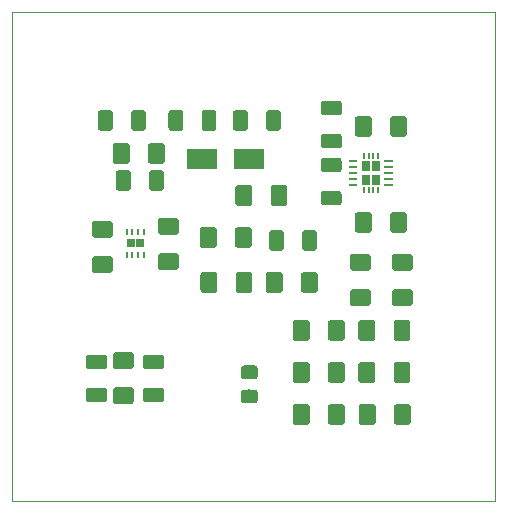
<source format=gbr>
G04 #@! TF.GenerationSoftware,KiCad,Pcbnew,(5.1.4)-1*
G04 #@! TF.CreationDate,2019-10-22T03:03:10-07:00*
G04 #@! TF.ProjectId,SAM_breakout_board,53414d5f-6272-4656-916b-6f75745f626f,rev?*
G04 #@! TF.SameCoordinates,PXd33a380PY5dfc8c0*
G04 #@! TF.FileFunction,Paste,Bot*
G04 #@! TF.FilePolarity,Positive*
%FSLAX46Y46*%
G04 Gerber Fmt 4.6, Leading zero omitted, Abs format (unit mm)*
G04 Created by KiCad (PCBNEW (5.1.4)-1) date 2019-10-22 03:03:10*
%MOMM*%
%LPD*%
G04 APERTURE LIST*
%ADD10C,0.050000*%
%ADD11C,0.100000*%
%ADD12C,1.425000*%
%ADD13R,0.230000X0.600000*%
%ADD14R,0.650000X0.900000*%
%ADD15O,0.800000X0.230000*%
%ADD16R,0.230000X0.230000*%
%ADD17R,0.150000X0.600000*%
%ADD18R,0.650000X0.750000*%
%ADD19R,0.250000X0.500000*%
%ADD20C,1.250000*%
%ADD21C,1.150000*%
%ADD22R,2.500000X1.800000*%
G04 APERTURE END LIST*
D10*
X-56642000Y-6350000D02*
X-56642000Y35052000D01*
X-15748000Y-6350000D02*
X-56642000Y-6350000D01*
X-15748000Y35052000D02*
X-15748000Y-6350000D01*
X-56642000Y35052000D02*
X-15748000Y35052000D01*
D11*
G36*
X-31697996Y1889796D02*
G01*
X-31673727Y1886196D01*
X-31649929Y1880235D01*
X-31626829Y1871970D01*
X-31604651Y1861480D01*
X-31583607Y1848867D01*
X-31563902Y1834253D01*
X-31545723Y1817777D01*
X-31529247Y1799598D01*
X-31514633Y1779893D01*
X-31502020Y1758849D01*
X-31491530Y1736671D01*
X-31483265Y1713571D01*
X-31477304Y1689773D01*
X-31473704Y1665504D01*
X-31472500Y1641000D01*
X-31472500Y391000D01*
X-31473704Y366496D01*
X-31477304Y342227D01*
X-31483265Y318429D01*
X-31491530Y295329D01*
X-31502020Y273151D01*
X-31514633Y252107D01*
X-31529247Y232402D01*
X-31545723Y214223D01*
X-31563902Y197747D01*
X-31583607Y183133D01*
X-31604651Y170520D01*
X-31626829Y160030D01*
X-31649929Y151765D01*
X-31673727Y145804D01*
X-31697996Y142204D01*
X-31722500Y141000D01*
X-32647500Y141000D01*
X-32672004Y142204D01*
X-32696273Y145804D01*
X-32720071Y151765D01*
X-32743171Y160030D01*
X-32765349Y170520D01*
X-32786393Y183133D01*
X-32806098Y197747D01*
X-32824277Y214223D01*
X-32840753Y232402D01*
X-32855367Y252107D01*
X-32867980Y273151D01*
X-32878470Y295329D01*
X-32886735Y318429D01*
X-32892696Y342227D01*
X-32896296Y366496D01*
X-32897500Y391000D01*
X-32897500Y1641000D01*
X-32896296Y1665504D01*
X-32892696Y1689773D01*
X-32886735Y1713571D01*
X-32878470Y1736671D01*
X-32867980Y1758849D01*
X-32855367Y1779893D01*
X-32840753Y1799598D01*
X-32824277Y1817777D01*
X-32806098Y1834253D01*
X-32786393Y1848867D01*
X-32765349Y1861480D01*
X-32743171Y1871970D01*
X-32720071Y1880235D01*
X-32696273Y1886196D01*
X-32672004Y1889796D01*
X-32647500Y1891000D01*
X-31722500Y1891000D01*
X-31697996Y1889796D01*
X-31697996Y1889796D01*
G37*
D12*
X-32185000Y1016000D03*
D11*
G36*
X-28722996Y1889796D02*
G01*
X-28698727Y1886196D01*
X-28674929Y1880235D01*
X-28651829Y1871970D01*
X-28629651Y1861480D01*
X-28608607Y1848867D01*
X-28588902Y1834253D01*
X-28570723Y1817777D01*
X-28554247Y1799598D01*
X-28539633Y1779893D01*
X-28527020Y1758849D01*
X-28516530Y1736671D01*
X-28508265Y1713571D01*
X-28502304Y1689773D01*
X-28498704Y1665504D01*
X-28497500Y1641000D01*
X-28497500Y391000D01*
X-28498704Y366496D01*
X-28502304Y342227D01*
X-28508265Y318429D01*
X-28516530Y295329D01*
X-28527020Y273151D01*
X-28539633Y252107D01*
X-28554247Y232402D01*
X-28570723Y214223D01*
X-28588902Y197747D01*
X-28608607Y183133D01*
X-28629651Y170520D01*
X-28651829Y160030D01*
X-28674929Y151765D01*
X-28698727Y145804D01*
X-28722996Y142204D01*
X-28747500Y141000D01*
X-29672500Y141000D01*
X-29697004Y142204D01*
X-29721273Y145804D01*
X-29745071Y151765D01*
X-29768171Y160030D01*
X-29790349Y170520D01*
X-29811393Y183133D01*
X-29831098Y197747D01*
X-29849277Y214223D01*
X-29865753Y232402D01*
X-29880367Y252107D01*
X-29892980Y273151D01*
X-29903470Y295329D01*
X-29911735Y318429D01*
X-29917696Y342227D01*
X-29921296Y366496D01*
X-29922500Y391000D01*
X-29922500Y1641000D01*
X-29921296Y1665504D01*
X-29917696Y1689773D01*
X-29911735Y1713571D01*
X-29903470Y1736671D01*
X-29892980Y1758849D01*
X-29880367Y1779893D01*
X-29865753Y1799598D01*
X-29849277Y1817777D01*
X-29831098Y1834253D01*
X-29811393Y1848867D01*
X-29790349Y1861480D01*
X-29768171Y1871970D01*
X-29745071Y1880235D01*
X-29721273Y1886196D01*
X-29697004Y1889796D01*
X-29672500Y1891000D01*
X-28747500Y1891000D01*
X-28722996Y1889796D01*
X-28722996Y1889796D01*
G37*
D12*
X-29210000Y1016000D03*
D13*
X-26889000Y20038000D03*
X-26489000Y20038000D03*
X-26089000Y20038000D03*
X-25689000Y20038000D03*
X-26889000Y22888000D03*
X-26489000Y22888000D03*
X-26089000Y22888000D03*
X-25689000Y22888000D03*
D14*
X-26724000Y22023000D03*
X-25854000Y20903000D03*
X-26724000Y20903000D03*
X-25854000Y22023000D03*
D15*
X-27764000Y22463000D03*
X-27764000Y21963000D03*
X-27764000Y21463000D03*
D16*
X-28049000Y20963000D03*
X-28049000Y20463000D03*
D15*
X-24814000Y20463000D03*
D16*
X-24529000Y20963000D03*
D15*
X-24814000Y21463000D03*
D16*
X-24529000Y21963000D03*
X-24529000Y22463000D03*
D17*
X-26489000Y20038000D03*
X-26089000Y20038000D03*
X-26489000Y22888000D03*
X-26089000Y22888000D03*
D16*
X-28049000Y22463000D03*
X-28049000Y21963000D03*
X-28049000Y21463000D03*
D15*
X-27764000Y20963000D03*
X-27764000Y20463000D03*
D16*
X-24529000Y20463000D03*
D15*
X-24814000Y20963000D03*
D16*
X-24529000Y21463000D03*
D15*
X-24814000Y21963000D03*
X-24814000Y22463000D03*
D17*
X-26889000Y22888000D03*
X-25689000Y22888000D03*
X-26889000Y20038000D03*
X-25689000Y20038000D03*
D18*
X-45828000Y15494000D03*
X-46628000Y15494000D03*
D19*
X-46478000Y16444000D03*
X-46978000Y16444000D03*
X-46978000Y14544000D03*
X-45978000Y14544000D03*
X-45478000Y14544000D03*
X-45478000Y16444000D03*
X-45978000Y16444000D03*
X-46478000Y14544000D03*
D11*
G36*
X-28992296Y24783356D02*
G01*
X-28968027Y24779756D01*
X-28944229Y24773795D01*
X-28921129Y24765530D01*
X-28898951Y24755040D01*
X-28877907Y24742427D01*
X-28858202Y24727813D01*
X-28840023Y24711337D01*
X-28823547Y24693158D01*
X-28808933Y24673453D01*
X-28796320Y24652409D01*
X-28785830Y24630231D01*
X-28777565Y24607131D01*
X-28771604Y24583333D01*
X-28768004Y24559064D01*
X-28766800Y24534560D01*
X-28766800Y23784560D01*
X-28768004Y23760056D01*
X-28771604Y23735787D01*
X-28777565Y23711989D01*
X-28785830Y23688889D01*
X-28796320Y23666711D01*
X-28808933Y23645667D01*
X-28823547Y23625962D01*
X-28840023Y23607783D01*
X-28858202Y23591307D01*
X-28877907Y23576693D01*
X-28898951Y23564080D01*
X-28921129Y23553590D01*
X-28944229Y23545325D01*
X-28968027Y23539364D01*
X-28992296Y23535764D01*
X-29016800Y23534560D01*
X-30266800Y23534560D01*
X-30291304Y23535764D01*
X-30315573Y23539364D01*
X-30339371Y23545325D01*
X-30362471Y23553590D01*
X-30384649Y23564080D01*
X-30405693Y23576693D01*
X-30425398Y23591307D01*
X-30443577Y23607783D01*
X-30460053Y23625962D01*
X-30474667Y23645667D01*
X-30487280Y23666711D01*
X-30497770Y23688889D01*
X-30506035Y23711989D01*
X-30511996Y23735787D01*
X-30515596Y23760056D01*
X-30516800Y23784560D01*
X-30516800Y24534560D01*
X-30515596Y24559064D01*
X-30511996Y24583333D01*
X-30506035Y24607131D01*
X-30497770Y24630231D01*
X-30487280Y24652409D01*
X-30474667Y24673453D01*
X-30460053Y24693158D01*
X-30443577Y24711337D01*
X-30425398Y24727813D01*
X-30405693Y24742427D01*
X-30384649Y24755040D01*
X-30362471Y24765530D01*
X-30339371Y24773795D01*
X-30315573Y24779756D01*
X-30291304Y24783356D01*
X-30266800Y24784560D01*
X-29016800Y24784560D01*
X-28992296Y24783356D01*
X-28992296Y24783356D01*
G37*
D20*
X-29641800Y24159560D03*
D11*
G36*
X-28992296Y27583356D02*
G01*
X-28968027Y27579756D01*
X-28944229Y27573795D01*
X-28921129Y27565530D01*
X-28898951Y27555040D01*
X-28877907Y27542427D01*
X-28858202Y27527813D01*
X-28840023Y27511337D01*
X-28823547Y27493158D01*
X-28808933Y27473453D01*
X-28796320Y27452409D01*
X-28785830Y27430231D01*
X-28777565Y27407131D01*
X-28771604Y27383333D01*
X-28768004Y27359064D01*
X-28766800Y27334560D01*
X-28766800Y26584560D01*
X-28768004Y26560056D01*
X-28771604Y26535787D01*
X-28777565Y26511989D01*
X-28785830Y26488889D01*
X-28796320Y26466711D01*
X-28808933Y26445667D01*
X-28823547Y26425962D01*
X-28840023Y26407783D01*
X-28858202Y26391307D01*
X-28877907Y26376693D01*
X-28898951Y26364080D01*
X-28921129Y26353590D01*
X-28944229Y26345325D01*
X-28968027Y26339364D01*
X-28992296Y26335764D01*
X-29016800Y26334560D01*
X-30266800Y26334560D01*
X-30291304Y26335764D01*
X-30315573Y26339364D01*
X-30339371Y26345325D01*
X-30362471Y26353590D01*
X-30384649Y26364080D01*
X-30405693Y26376693D01*
X-30425398Y26391307D01*
X-30443577Y26407783D01*
X-30460053Y26425962D01*
X-30474667Y26445667D01*
X-30487280Y26466711D01*
X-30497770Y26488889D01*
X-30506035Y26511989D01*
X-30511996Y26535787D01*
X-30515596Y26560056D01*
X-30516800Y26584560D01*
X-30516800Y27334560D01*
X-30515596Y27359064D01*
X-30511996Y27383333D01*
X-30506035Y27407131D01*
X-30497770Y27430231D01*
X-30487280Y27452409D01*
X-30474667Y27473453D01*
X-30460053Y27493158D01*
X-30443577Y27511337D01*
X-30425398Y27527813D01*
X-30405693Y27542427D01*
X-30384649Y27555040D01*
X-30362471Y27565530D01*
X-30339371Y27573795D01*
X-30315573Y27579756D01*
X-30291304Y27583356D01*
X-30266800Y27584560D01*
X-29016800Y27584560D01*
X-28992296Y27583356D01*
X-28992296Y27583356D01*
G37*
D20*
X-29641800Y26959560D03*
D11*
G36*
X-33890496Y16621796D02*
G01*
X-33866227Y16618196D01*
X-33842429Y16612235D01*
X-33819329Y16603970D01*
X-33797151Y16593480D01*
X-33776107Y16580867D01*
X-33756402Y16566253D01*
X-33738223Y16549777D01*
X-33721747Y16531598D01*
X-33707133Y16511893D01*
X-33694520Y16490849D01*
X-33684030Y16468671D01*
X-33675765Y16445571D01*
X-33669804Y16421773D01*
X-33666204Y16397504D01*
X-33665000Y16373000D01*
X-33665000Y15123000D01*
X-33666204Y15098496D01*
X-33669804Y15074227D01*
X-33675765Y15050429D01*
X-33684030Y15027329D01*
X-33694520Y15005151D01*
X-33707133Y14984107D01*
X-33721747Y14964402D01*
X-33738223Y14946223D01*
X-33756402Y14929747D01*
X-33776107Y14915133D01*
X-33797151Y14902520D01*
X-33819329Y14892030D01*
X-33842429Y14883765D01*
X-33866227Y14877804D01*
X-33890496Y14874204D01*
X-33915000Y14873000D01*
X-34665000Y14873000D01*
X-34689504Y14874204D01*
X-34713773Y14877804D01*
X-34737571Y14883765D01*
X-34760671Y14892030D01*
X-34782849Y14902520D01*
X-34803893Y14915133D01*
X-34823598Y14929747D01*
X-34841777Y14946223D01*
X-34858253Y14964402D01*
X-34872867Y14984107D01*
X-34885480Y15005151D01*
X-34895970Y15027329D01*
X-34904235Y15050429D01*
X-34910196Y15074227D01*
X-34913796Y15098496D01*
X-34915000Y15123000D01*
X-34915000Y16373000D01*
X-34913796Y16397504D01*
X-34910196Y16421773D01*
X-34904235Y16445571D01*
X-34895970Y16468671D01*
X-34885480Y16490849D01*
X-34872867Y16511893D01*
X-34858253Y16531598D01*
X-34841777Y16549777D01*
X-34823598Y16566253D01*
X-34803893Y16580867D01*
X-34782849Y16593480D01*
X-34760671Y16603970D01*
X-34737571Y16612235D01*
X-34713773Y16618196D01*
X-34689504Y16621796D01*
X-34665000Y16623000D01*
X-33915000Y16623000D01*
X-33890496Y16621796D01*
X-33890496Y16621796D01*
G37*
D20*
X-34290000Y15748000D03*
D11*
G36*
X-31090496Y16621796D02*
G01*
X-31066227Y16618196D01*
X-31042429Y16612235D01*
X-31019329Y16603970D01*
X-30997151Y16593480D01*
X-30976107Y16580867D01*
X-30956402Y16566253D01*
X-30938223Y16549777D01*
X-30921747Y16531598D01*
X-30907133Y16511893D01*
X-30894520Y16490849D01*
X-30884030Y16468671D01*
X-30875765Y16445571D01*
X-30869804Y16421773D01*
X-30866204Y16397504D01*
X-30865000Y16373000D01*
X-30865000Y15123000D01*
X-30866204Y15098496D01*
X-30869804Y15074227D01*
X-30875765Y15050429D01*
X-30884030Y15027329D01*
X-30894520Y15005151D01*
X-30907133Y14984107D01*
X-30921747Y14964402D01*
X-30938223Y14946223D01*
X-30956402Y14929747D01*
X-30976107Y14915133D01*
X-30997151Y14902520D01*
X-31019329Y14892030D01*
X-31042429Y14883765D01*
X-31066227Y14877804D01*
X-31090496Y14874204D01*
X-31115000Y14873000D01*
X-31865000Y14873000D01*
X-31889504Y14874204D01*
X-31913773Y14877804D01*
X-31937571Y14883765D01*
X-31960671Y14892030D01*
X-31982849Y14902520D01*
X-32003893Y14915133D01*
X-32023598Y14929747D01*
X-32041777Y14946223D01*
X-32058253Y14964402D01*
X-32072867Y14984107D01*
X-32085480Y15005151D01*
X-32095970Y15027329D01*
X-32104235Y15050429D01*
X-32110196Y15074227D01*
X-32113796Y15098496D01*
X-32115000Y15123000D01*
X-32115000Y16373000D01*
X-32113796Y16397504D01*
X-32110196Y16421773D01*
X-32104235Y16445571D01*
X-32095970Y16468671D01*
X-32085480Y16490849D01*
X-32072867Y16511893D01*
X-32058253Y16531598D01*
X-32041777Y16549777D01*
X-32023598Y16566253D01*
X-32003893Y16580867D01*
X-31982849Y16593480D01*
X-31960671Y16603970D01*
X-31937571Y16612235D01*
X-31913773Y16618196D01*
X-31889504Y16621796D01*
X-31865000Y16623000D01*
X-31115000Y16623000D01*
X-31090496Y16621796D01*
X-31090496Y16621796D01*
G37*
D20*
X-31490000Y15748000D03*
D11*
G36*
X-29002456Y19963356D02*
G01*
X-28978187Y19959756D01*
X-28954389Y19953795D01*
X-28931289Y19945530D01*
X-28909111Y19935040D01*
X-28888067Y19922427D01*
X-28868362Y19907813D01*
X-28850183Y19891337D01*
X-28833707Y19873158D01*
X-28819093Y19853453D01*
X-28806480Y19832409D01*
X-28795990Y19810231D01*
X-28787725Y19787131D01*
X-28781764Y19763333D01*
X-28778164Y19739064D01*
X-28776960Y19714560D01*
X-28776960Y18964560D01*
X-28778164Y18940056D01*
X-28781764Y18915787D01*
X-28787725Y18891989D01*
X-28795990Y18868889D01*
X-28806480Y18846711D01*
X-28819093Y18825667D01*
X-28833707Y18805962D01*
X-28850183Y18787783D01*
X-28868362Y18771307D01*
X-28888067Y18756693D01*
X-28909111Y18744080D01*
X-28931289Y18733590D01*
X-28954389Y18725325D01*
X-28978187Y18719364D01*
X-29002456Y18715764D01*
X-29026960Y18714560D01*
X-30276960Y18714560D01*
X-30301464Y18715764D01*
X-30325733Y18719364D01*
X-30349531Y18725325D01*
X-30372631Y18733590D01*
X-30394809Y18744080D01*
X-30415853Y18756693D01*
X-30435558Y18771307D01*
X-30453737Y18787783D01*
X-30470213Y18805962D01*
X-30484827Y18825667D01*
X-30497440Y18846711D01*
X-30507930Y18868889D01*
X-30516195Y18891989D01*
X-30522156Y18915787D01*
X-30525756Y18940056D01*
X-30526960Y18964560D01*
X-30526960Y19714560D01*
X-30525756Y19739064D01*
X-30522156Y19763333D01*
X-30516195Y19787131D01*
X-30507930Y19810231D01*
X-30497440Y19832409D01*
X-30484827Y19853453D01*
X-30470213Y19873158D01*
X-30453737Y19891337D01*
X-30435558Y19907813D01*
X-30415853Y19922427D01*
X-30394809Y19935040D01*
X-30372631Y19945530D01*
X-30349531Y19953795D01*
X-30325733Y19959756D01*
X-30301464Y19963356D01*
X-30276960Y19964560D01*
X-29026960Y19964560D01*
X-29002456Y19963356D01*
X-29002456Y19963356D01*
G37*
D20*
X-29651960Y19339560D03*
D11*
G36*
X-29002456Y22763356D02*
G01*
X-28978187Y22759756D01*
X-28954389Y22753795D01*
X-28931289Y22745530D01*
X-28909111Y22735040D01*
X-28888067Y22722427D01*
X-28868362Y22707813D01*
X-28850183Y22691337D01*
X-28833707Y22673158D01*
X-28819093Y22653453D01*
X-28806480Y22632409D01*
X-28795990Y22610231D01*
X-28787725Y22587131D01*
X-28781764Y22563333D01*
X-28778164Y22539064D01*
X-28776960Y22514560D01*
X-28776960Y21764560D01*
X-28778164Y21740056D01*
X-28781764Y21715787D01*
X-28787725Y21691989D01*
X-28795990Y21668889D01*
X-28806480Y21646711D01*
X-28819093Y21625667D01*
X-28833707Y21605962D01*
X-28850183Y21587783D01*
X-28868362Y21571307D01*
X-28888067Y21556693D01*
X-28909111Y21544080D01*
X-28931289Y21533590D01*
X-28954389Y21525325D01*
X-28978187Y21519364D01*
X-29002456Y21515764D01*
X-29026960Y21514560D01*
X-30276960Y21514560D01*
X-30301464Y21515764D01*
X-30325733Y21519364D01*
X-30349531Y21525325D01*
X-30372631Y21533590D01*
X-30394809Y21544080D01*
X-30415853Y21556693D01*
X-30435558Y21571307D01*
X-30453737Y21587783D01*
X-30470213Y21605962D01*
X-30484827Y21625667D01*
X-30497440Y21646711D01*
X-30507930Y21668889D01*
X-30516195Y21691989D01*
X-30522156Y21715787D01*
X-30525756Y21740056D01*
X-30526960Y21764560D01*
X-30526960Y22514560D01*
X-30525756Y22539064D01*
X-30522156Y22563333D01*
X-30516195Y22587131D01*
X-30507930Y22610231D01*
X-30497440Y22632409D01*
X-30484827Y22653453D01*
X-30470213Y22673158D01*
X-30453737Y22691337D01*
X-30435558Y22707813D01*
X-30415853Y22722427D01*
X-30394809Y22735040D01*
X-30372631Y22745530D01*
X-30349531Y22753795D01*
X-30325733Y22759756D01*
X-30301464Y22763356D01*
X-30276960Y22764560D01*
X-29026960Y22764560D01*
X-29002456Y22763356D01*
X-29002456Y22763356D01*
G37*
D20*
X-29651960Y22139560D03*
D11*
G36*
X-34144496Y26781796D02*
G01*
X-34120227Y26778196D01*
X-34096429Y26772235D01*
X-34073329Y26763970D01*
X-34051151Y26753480D01*
X-34030107Y26740867D01*
X-34010402Y26726253D01*
X-33992223Y26709777D01*
X-33975747Y26691598D01*
X-33961133Y26671893D01*
X-33948520Y26650849D01*
X-33938030Y26628671D01*
X-33929765Y26605571D01*
X-33923804Y26581773D01*
X-33920204Y26557504D01*
X-33919000Y26533000D01*
X-33919000Y25283000D01*
X-33920204Y25258496D01*
X-33923804Y25234227D01*
X-33929765Y25210429D01*
X-33938030Y25187329D01*
X-33948520Y25165151D01*
X-33961133Y25144107D01*
X-33975747Y25124402D01*
X-33992223Y25106223D01*
X-34010402Y25089747D01*
X-34030107Y25075133D01*
X-34051151Y25062520D01*
X-34073329Y25052030D01*
X-34096429Y25043765D01*
X-34120227Y25037804D01*
X-34144496Y25034204D01*
X-34169000Y25033000D01*
X-34919000Y25033000D01*
X-34943504Y25034204D01*
X-34967773Y25037804D01*
X-34991571Y25043765D01*
X-35014671Y25052030D01*
X-35036849Y25062520D01*
X-35057893Y25075133D01*
X-35077598Y25089747D01*
X-35095777Y25106223D01*
X-35112253Y25124402D01*
X-35126867Y25144107D01*
X-35139480Y25165151D01*
X-35149970Y25187329D01*
X-35158235Y25210429D01*
X-35164196Y25234227D01*
X-35167796Y25258496D01*
X-35169000Y25283000D01*
X-35169000Y26533000D01*
X-35167796Y26557504D01*
X-35164196Y26581773D01*
X-35158235Y26605571D01*
X-35149970Y26628671D01*
X-35139480Y26650849D01*
X-35126867Y26671893D01*
X-35112253Y26691598D01*
X-35095777Y26709777D01*
X-35077598Y26726253D01*
X-35057893Y26740867D01*
X-35036849Y26753480D01*
X-35014671Y26763970D01*
X-34991571Y26772235D01*
X-34967773Y26778196D01*
X-34943504Y26781796D01*
X-34919000Y26783000D01*
X-34169000Y26783000D01*
X-34144496Y26781796D01*
X-34144496Y26781796D01*
G37*
D20*
X-34544000Y25908000D03*
D11*
G36*
X-36944496Y26781796D02*
G01*
X-36920227Y26778196D01*
X-36896429Y26772235D01*
X-36873329Y26763970D01*
X-36851151Y26753480D01*
X-36830107Y26740867D01*
X-36810402Y26726253D01*
X-36792223Y26709777D01*
X-36775747Y26691598D01*
X-36761133Y26671893D01*
X-36748520Y26650849D01*
X-36738030Y26628671D01*
X-36729765Y26605571D01*
X-36723804Y26581773D01*
X-36720204Y26557504D01*
X-36719000Y26533000D01*
X-36719000Y25283000D01*
X-36720204Y25258496D01*
X-36723804Y25234227D01*
X-36729765Y25210429D01*
X-36738030Y25187329D01*
X-36748520Y25165151D01*
X-36761133Y25144107D01*
X-36775747Y25124402D01*
X-36792223Y25106223D01*
X-36810402Y25089747D01*
X-36830107Y25075133D01*
X-36851151Y25062520D01*
X-36873329Y25052030D01*
X-36896429Y25043765D01*
X-36920227Y25037804D01*
X-36944496Y25034204D01*
X-36969000Y25033000D01*
X-37719000Y25033000D01*
X-37743504Y25034204D01*
X-37767773Y25037804D01*
X-37791571Y25043765D01*
X-37814671Y25052030D01*
X-37836849Y25062520D01*
X-37857893Y25075133D01*
X-37877598Y25089747D01*
X-37895777Y25106223D01*
X-37912253Y25124402D01*
X-37926867Y25144107D01*
X-37939480Y25165151D01*
X-37949970Y25187329D01*
X-37958235Y25210429D01*
X-37964196Y25234227D01*
X-37967796Y25258496D01*
X-37969000Y25283000D01*
X-37969000Y26533000D01*
X-37967796Y26557504D01*
X-37964196Y26581773D01*
X-37958235Y26605571D01*
X-37949970Y26628671D01*
X-37939480Y26650849D01*
X-37926867Y26671893D01*
X-37912253Y26691598D01*
X-37895777Y26709777D01*
X-37877598Y26726253D01*
X-37857893Y26740867D01*
X-37836849Y26753480D01*
X-37814671Y26763970D01*
X-37791571Y26772235D01*
X-37767773Y26778196D01*
X-37743504Y26781796D01*
X-37719000Y26783000D01*
X-36969000Y26783000D01*
X-36944496Y26781796D01*
X-36944496Y26781796D01*
G37*
D20*
X-37344000Y25908000D03*
D11*
G36*
X-45574496Y26781796D02*
G01*
X-45550227Y26778196D01*
X-45526429Y26772235D01*
X-45503329Y26763970D01*
X-45481151Y26753480D01*
X-45460107Y26740867D01*
X-45440402Y26726253D01*
X-45422223Y26709777D01*
X-45405747Y26691598D01*
X-45391133Y26671893D01*
X-45378520Y26650849D01*
X-45368030Y26628671D01*
X-45359765Y26605571D01*
X-45353804Y26581773D01*
X-45350204Y26557504D01*
X-45349000Y26533000D01*
X-45349000Y25283000D01*
X-45350204Y25258496D01*
X-45353804Y25234227D01*
X-45359765Y25210429D01*
X-45368030Y25187329D01*
X-45378520Y25165151D01*
X-45391133Y25144107D01*
X-45405747Y25124402D01*
X-45422223Y25106223D01*
X-45440402Y25089747D01*
X-45460107Y25075133D01*
X-45481151Y25062520D01*
X-45503329Y25052030D01*
X-45526429Y25043765D01*
X-45550227Y25037804D01*
X-45574496Y25034204D01*
X-45599000Y25033000D01*
X-46349000Y25033000D01*
X-46373504Y25034204D01*
X-46397773Y25037804D01*
X-46421571Y25043765D01*
X-46444671Y25052030D01*
X-46466849Y25062520D01*
X-46487893Y25075133D01*
X-46507598Y25089747D01*
X-46525777Y25106223D01*
X-46542253Y25124402D01*
X-46556867Y25144107D01*
X-46569480Y25165151D01*
X-46579970Y25187329D01*
X-46588235Y25210429D01*
X-46594196Y25234227D01*
X-46597796Y25258496D01*
X-46599000Y25283000D01*
X-46599000Y26533000D01*
X-46597796Y26557504D01*
X-46594196Y26581773D01*
X-46588235Y26605571D01*
X-46579970Y26628671D01*
X-46569480Y26650849D01*
X-46556867Y26671893D01*
X-46542253Y26691598D01*
X-46525777Y26709777D01*
X-46507598Y26726253D01*
X-46487893Y26740867D01*
X-46466849Y26753480D01*
X-46444671Y26763970D01*
X-46421571Y26772235D01*
X-46397773Y26778196D01*
X-46373504Y26781796D01*
X-46349000Y26783000D01*
X-45599000Y26783000D01*
X-45574496Y26781796D01*
X-45574496Y26781796D01*
G37*
D20*
X-45974000Y25908000D03*
D11*
G36*
X-48374496Y26781796D02*
G01*
X-48350227Y26778196D01*
X-48326429Y26772235D01*
X-48303329Y26763970D01*
X-48281151Y26753480D01*
X-48260107Y26740867D01*
X-48240402Y26726253D01*
X-48222223Y26709777D01*
X-48205747Y26691598D01*
X-48191133Y26671893D01*
X-48178520Y26650849D01*
X-48168030Y26628671D01*
X-48159765Y26605571D01*
X-48153804Y26581773D01*
X-48150204Y26557504D01*
X-48149000Y26533000D01*
X-48149000Y25283000D01*
X-48150204Y25258496D01*
X-48153804Y25234227D01*
X-48159765Y25210429D01*
X-48168030Y25187329D01*
X-48178520Y25165151D01*
X-48191133Y25144107D01*
X-48205747Y25124402D01*
X-48222223Y25106223D01*
X-48240402Y25089747D01*
X-48260107Y25075133D01*
X-48281151Y25062520D01*
X-48303329Y25052030D01*
X-48326429Y25043765D01*
X-48350227Y25037804D01*
X-48374496Y25034204D01*
X-48399000Y25033000D01*
X-49149000Y25033000D01*
X-49173504Y25034204D01*
X-49197773Y25037804D01*
X-49221571Y25043765D01*
X-49244671Y25052030D01*
X-49266849Y25062520D01*
X-49287893Y25075133D01*
X-49307598Y25089747D01*
X-49325777Y25106223D01*
X-49342253Y25124402D01*
X-49356867Y25144107D01*
X-49369480Y25165151D01*
X-49379970Y25187329D01*
X-49388235Y25210429D01*
X-49394196Y25234227D01*
X-49397796Y25258496D01*
X-49399000Y25283000D01*
X-49399000Y26533000D01*
X-49397796Y26557504D01*
X-49394196Y26581773D01*
X-49388235Y26605571D01*
X-49379970Y26628671D01*
X-49369480Y26650849D01*
X-49356867Y26671893D01*
X-49342253Y26691598D01*
X-49325777Y26709777D01*
X-49307598Y26726253D01*
X-49287893Y26740867D01*
X-49266849Y26753480D01*
X-49244671Y26763970D01*
X-49221571Y26772235D01*
X-49197773Y26778196D01*
X-49173504Y26781796D01*
X-49149000Y26783000D01*
X-48399000Y26783000D01*
X-48374496Y26781796D01*
X-48374496Y26781796D01*
G37*
D20*
X-48774000Y25908000D03*
D11*
G36*
X-39602496Y26781796D02*
G01*
X-39578227Y26778196D01*
X-39554429Y26772235D01*
X-39531329Y26763970D01*
X-39509151Y26753480D01*
X-39488107Y26740867D01*
X-39468402Y26726253D01*
X-39450223Y26709777D01*
X-39433747Y26691598D01*
X-39419133Y26671893D01*
X-39406520Y26650849D01*
X-39396030Y26628671D01*
X-39387765Y26605571D01*
X-39381804Y26581773D01*
X-39378204Y26557504D01*
X-39377000Y26533000D01*
X-39377000Y25283000D01*
X-39378204Y25258496D01*
X-39381804Y25234227D01*
X-39387765Y25210429D01*
X-39396030Y25187329D01*
X-39406520Y25165151D01*
X-39419133Y25144107D01*
X-39433747Y25124402D01*
X-39450223Y25106223D01*
X-39468402Y25089747D01*
X-39488107Y25075133D01*
X-39509151Y25062520D01*
X-39531329Y25052030D01*
X-39554429Y25043765D01*
X-39578227Y25037804D01*
X-39602496Y25034204D01*
X-39627000Y25033000D01*
X-40377000Y25033000D01*
X-40401504Y25034204D01*
X-40425773Y25037804D01*
X-40449571Y25043765D01*
X-40472671Y25052030D01*
X-40494849Y25062520D01*
X-40515893Y25075133D01*
X-40535598Y25089747D01*
X-40553777Y25106223D01*
X-40570253Y25124402D01*
X-40584867Y25144107D01*
X-40597480Y25165151D01*
X-40607970Y25187329D01*
X-40616235Y25210429D01*
X-40622196Y25234227D01*
X-40625796Y25258496D01*
X-40627000Y25283000D01*
X-40627000Y26533000D01*
X-40625796Y26557504D01*
X-40622196Y26581773D01*
X-40616235Y26605571D01*
X-40607970Y26628671D01*
X-40597480Y26650849D01*
X-40584867Y26671893D01*
X-40570253Y26691598D01*
X-40553777Y26709777D01*
X-40535598Y26726253D01*
X-40515893Y26740867D01*
X-40494849Y26753480D01*
X-40472671Y26763970D01*
X-40449571Y26772235D01*
X-40425773Y26778196D01*
X-40401504Y26781796D01*
X-40377000Y26783000D01*
X-39627000Y26783000D01*
X-39602496Y26781796D01*
X-39602496Y26781796D01*
G37*
D20*
X-40002000Y25908000D03*
D11*
G36*
X-42402496Y26781796D02*
G01*
X-42378227Y26778196D01*
X-42354429Y26772235D01*
X-42331329Y26763970D01*
X-42309151Y26753480D01*
X-42288107Y26740867D01*
X-42268402Y26726253D01*
X-42250223Y26709777D01*
X-42233747Y26691598D01*
X-42219133Y26671893D01*
X-42206520Y26650849D01*
X-42196030Y26628671D01*
X-42187765Y26605571D01*
X-42181804Y26581773D01*
X-42178204Y26557504D01*
X-42177000Y26533000D01*
X-42177000Y25283000D01*
X-42178204Y25258496D01*
X-42181804Y25234227D01*
X-42187765Y25210429D01*
X-42196030Y25187329D01*
X-42206520Y25165151D01*
X-42219133Y25144107D01*
X-42233747Y25124402D01*
X-42250223Y25106223D01*
X-42268402Y25089747D01*
X-42288107Y25075133D01*
X-42309151Y25062520D01*
X-42331329Y25052030D01*
X-42354429Y25043765D01*
X-42378227Y25037804D01*
X-42402496Y25034204D01*
X-42427000Y25033000D01*
X-43177000Y25033000D01*
X-43201504Y25034204D01*
X-43225773Y25037804D01*
X-43249571Y25043765D01*
X-43272671Y25052030D01*
X-43294849Y25062520D01*
X-43315893Y25075133D01*
X-43335598Y25089747D01*
X-43353777Y25106223D01*
X-43370253Y25124402D01*
X-43384867Y25144107D01*
X-43397480Y25165151D01*
X-43407970Y25187329D01*
X-43416235Y25210429D01*
X-43422196Y25234227D01*
X-43425796Y25258496D01*
X-43427000Y25283000D01*
X-43427000Y26533000D01*
X-43425796Y26557504D01*
X-43422196Y26581773D01*
X-43416235Y26605571D01*
X-43407970Y26628671D01*
X-43397480Y26650849D01*
X-43384867Y26671893D01*
X-43370253Y26691598D01*
X-43353777Y26709777D01*
X-43335598Y26726253D01*
X-43315893Y26740867D01*
X-43294849Y26753480D01*
X-43272671Y26763970D01*
X-43249571Y26772235D01*
X-43225773Y26778196D01*
X-43201504Y26781796D01*
X-43177000Y26783000D01*
X-42427000Y26783000D01*
X-42402496Y26781796D01*
X-42402496Y26781796D01*
G37*
D20*
X-42802000Y25908000D03*
D11*
G36*
X-46850496Y21701796D02*
G01*
X-46826227Y21698196D01*
X-46802429Y21692235D01*
X-46779329Y21683970D01*
X-46757151Y21673480D01*
X-46736107Y21660867D01*
X-46716402Y21646253D01*
X-46698223Y21629777D01*
X-46681747Y21611598D01*
X-46667133Y21591893D01*
X-46654520Y21570849D01*
X-46644030Y21548671D01*
X-46635765Y21525571D01*
X-46629804Y21501773D01*
X-46626204Y21477504D01*
X-46625000Y21453000D01*
X-46625000Y20203000D01*
X-46626204Y20178496D01*
X-46629804Y20154227D01*
X-46635765Y20130429D01*
X-46644030Y20107329D01*
X-46654520Y20085151D01*
X-46667133Y20064107D01*
X-46681747Y20044402D01*
X-46698223Y20026223D01*
X-46716402Y20009747D01*
X-46736107Y19995133D01*
X-46757151Y19982520D01*
X-46779329Y19972030D01*
X-46802429Y19963765D01*
X-46826227Y19957804D01*
X-46850496Y19954204D01*
X-46875000Y19953000D01*
X-47625000Y19953000D01*
X-47649504Y19954204D01*
X-47673773Y19957804D01*
X-47697571Y19963765D01*
X-47720671Y19972030D01*
X-47742849Y19982520D01*
X-47763893Y19995133D01*
X-47783598Y20009747D01*
X-47801777Y20026223D01*
X-47818253Y20044402D01*
X-47832867Y20064107D01*
X-47845480Y20085151D01*
X-47855970Y20107329D01*
X-47864235Y20130429D01*
X-47870196Y20154227D01*
X-47873796Y20178496D01*
X-47875000Y20203000D01*
X-47875000Y21453000D01*
X-47873796Y21477504D01*
X-47870196Y21501773D01*
X-47864235Y21525571D01*
X-47855970Y21548671D01*
X-47845480Y21570849D01*
X-47832867Y21591893D01*
X-47818253Y21611598D01*
X-47801777Y21629777D01*
X-47783598Y21646253D01*
X-47763893Y21660867D01*
X-47742849Y21673480D01*
X-47720671Y21683970D01*
X-47697571Y21692235D01*
X-47673773Y21698196D01*
X-47649504Y21701796D01*
X-47625000Y21703000D01*
X-46875000Y21703000D01*
X-46850496Y21701796D01*
X-46850496Y21701796D01*
G37*
D20*
X-47250000Y20828000D03*
D11*
G36*
X-44050496Y21701796D02*
G01*
X-44026227Y21698196D01*
X-44002429Y21692235D01*
X-43979329Y21683970D01*
X-43957151Y21673480D01*
X-43936107Y21660867D01*
X-43916402Y21646253D01*
X-43898223Y21629777D01*
X-43881747Y21611598D01*
X-43867133Y21591893D01*
X-43854520Y21570849D01*
X-43844030Y21548671D01*
X-43835765Y21525571D01*
X-43829804Y21501773D01*
X-43826204Y21477504D01*
X-43825000Y21453000D01*
X-43825000Y20203000D01*
X-43826204Y20178496D01*
X-43829804Y20154227D01*
X-43835765Y20130429D01*
X-43844030Y20107329D01*
X-43854520Y20085151D01*
X-43867133Y20064107D01*
X-43881747Y20044402D01*
X-43898223Y20026223D01*
X-43916402Y20009747D01*
X-43936107Y19995133D01*
X-43957151Y19982520D01*
X-43979329Y19972030D01*
X-44002429Y19963765D01*
X-44026227Y19957804D01*
X-44050496Y19954204D01*
X-44075000Y19953000D01*
X-44825000Y19953000D01*
X-44849504Y19954204D01*
X-44873773Y19957804D01*
X-44897571Y19963765D01*
X-44920671Y19972030D01*
X-44942849Y19982520D01*
X-44963893Y19995133D01*
X-44983598Y20009747D01*
X-45001777Y20026223D01*
X-45018253Y20044402D01*
X-45032867Y20064107D01*
X-45045480Y20085151D01*
X-45055970Y20107329D01*
X-45064235Y20130429D01*
X-45070196Y20154227D01*
X-45073796Y20178496D01*
X-45075000Y20203000D01*
X-45075000Y21453000D01*
X-45073796Y21477504D01*
X-45070196Y21501773D01*
X-45064235Y21525571D01*
X-45055970Y21548671D01*
X-45045480Y21570849D01*
X-45032867Y21591893D01*
X-45018253Y21611598D01*
X-45001777Y21629777D01*
X-44983598Y21646253D01*
X-44963893Y21660867D01*
X-44942849Y21673480D01*
X-44920671Y21683970D01*
X-44897571Y21692235D01*
X-44873773Y21698196D01*
X-44849504Y21701796D01*
X-44825000Y21703000D01*
X-44075000Y21703000D01*
X-44050496Y21701796D01*
X-44050496Y21701796D01*
G37*
D20*
X-44450000Y20828000D03*
D11*
G36*
X-48880496Y6087796D02*
G01*
X-48856227Y6084196D01*
X-48832429Y6078235D01*
X-48809329Y6069970D01*
X-48787151Y6059480D01*
X-48766107Y6046867D01*
X-48746402Y6032253D01*
X-48728223Y6015777D01*
X-48711747Y5997598D01*
X-48697133Y5977893D01*
X-48684520Y5956849D01*
X-48674030Y5934671D01*
X-48665765Y5911571D01*
X-48659804Y5887773D01*
X-48656204Y5863504D01*
X-48655000Y5839000D01*
X-48655000Y5089000D01*
X-48656204Y5064496D01*
X-48659804Y5040227D01*
X-48665765Y5016429D01*
X-48674030Y4993329D01*
X-48684520Y4971151D01*
X-48697133Y4950107D01*
X-48711747Y4930402D01*
X-48728223Y4912223D01*
X-48746402Y4895747D01*
X-48766107Y4881133D01*
X-48787151Y4868520D01*
X-48809329Y4858030D01*
X-48832429Y4849765D01*
X-48856227Y4843804D01*
X-48880496Y4840204D01*
X-48905000Y4839000D01*
X-50155000Y4839000D01*
X-50179504Y4840204D01*
X-50203773Y4843804D01*
X-50227571Y4849765D01*
X-50250671Y4858030D01*
X-50272849Y4868520D01*
X-50293893Y4881133D01*
X-50313598Y4895747D01*
X-50331777Y4912223D01*
X-50348253Y4930402D01*
X-50362867Y4950107D01*
X-50375480Y4971151D01*
X-50385970Y4993329D01*
X-50394235Y5016429D01*
X-50400196Y5040227D01*
X-50403796Y5064496D01*
X-50405000Y5089000D01*
X-50405000Y5839000D01*
X-50403796Y5863504D01*
X-50400196Y5887773D01*
X-50394235Y5911571D01*
X-50385970Y5934671D01*
X-50375480Y5956849D01*
X-50362867Y5977893D01*
X-50348253Y5997598D01*
X-50331777Y6015777D01*
X-50313598Y6032253D01*
X-50293893Y6046867D01*
X-50272849Y6059480D01*
X-50250671Y6069970D01*
X-50227571Y6078235D01*
X-50203773Y6084196D01*
X-50179504Y6087796D01*
X-50155000Y6089000D01*
X-48905000Y6089000D01*
X-48880496Y6087796D01*
X-48880496Y6087796D01*
G37*
D20*
X-49530000Y5464000D03*
D11*
G36*
X-48880496Y3287796D02*
G01*
X-48856227Y3284196D01*
X-48832429Y3278235D01*
X-48809329Y3269970D01*
X-48787151Y3259480D01*
X-48766107Y3246867D01*
X-48746402Y3232253D01*
X-48728223Y3215777D01*
X-48711747Y3197598D01*
X-48697133Y3177893D01*
X-48684520Y3156849D01*
X-48674030Y3134671D01*
X-48665765Y3111571D01*
X-48659804Y3087773D01*
X-48656204Y3063504D01*
X-48655000Y3039000D01*
X-48655000Y2289000D01*
X-48656204Y2264496D01*
X-48659804Y2240227D01*
X-48665765Y2216429D01*
X-48674030Y2193329D01*
X-48684520Y2171151D01*
X-48697133Y2150107D01*
X-48711747Y2130402D01*
X-48728223Y2112223D01*
X-48746402Y2095747D01*
X-48766107Y2081133D01*
X-48787151Y2068520D01*
X-48809329Y2058030D01*
X-48832429Y2049765D01*
X-48856227Y2043804D01*
X-48880496Y2040204D01*
X-48905000Y2039000D01*
X-50155000Y2039000D01*
X-50179504Y2040204D01*
X-50203773Y2043804D01*
X-50227571Y2049765D01*
X-50250671Y2058030D01*
X-50272849Y2068520D01*
X-50293893Y2081133D01*
X-50313598Y2095747D01*
X-50331777Y2112223D01*
X-50348253Y2130402D01*
X-50362867Y2150107D01*
X-50375480Y2171151D01*
X-50385970Y2193329D01*
X-50394235Y2216429D01*
X-50400196Y2240227D01*
X-50403796Y2264496D01*
X-50405000Y2289000D01*
X-50405000Y3039000D01*
X-50403796Y3063504D01*
X-50400196Y3087773D01*
X-50394235Y3111571D01*
X-50385970Y3134671D01*
X-50375480Y3156849D01*
X-50362867Y3177893D01*
X-50348253Y3197598D01*
X-50331777Y3215777D01*
X-50313598Y3232253D01*
X-50293893Y3246867D01*
X-50272849Y3259480D01*
X-50250671Y3269970D01*
X-50227571Y3278235D01*
X-50203773Y3284196D01*
X-50179504Y3287796D01*
X-50155000Y3289000D01*
X-48905000Y3289000D01*
X-48880496Y3287796D01*
X-48880496Y3287796D01*
G37*
D20*
X-49530000Y2664000D03*
D11*
G36*
X-44054496Y3287796D02*
G01*
X-44030227Y3284196D01*
X-44006429Y3278235D01*
X-43983329Y3269970D01*
X-43961151Y3259480D01*
X-43940107Y3246867D01*
X-43920402Y3232253D01*
X-43902223Y3215777D01*
X-43885747Y3197598D01*
X-43871133Y3177893D01*
X-43858520Y3156849D01*
X-43848030Y3134671D01*
X-43839765Y3111571D01*
X-43833804Y3087773D01*
X-43830204Y3063504D01*
X-43829000Y3039000D01*
X-43829000Y2289000D01*
X-43830204Y2264496D01*
X-43833804Y2240227D01*
X-43839765Y2216429D01*
X-43848030Y2193329D01*
X-43858520Y2171151D01*
X-43871133Y2150107D01*
X-43885747Y2130402D01*
X-43902223Y2112223D01*
X-43920402Y2095747D01*
X-43940107Y2081133D01*
X-43961151Y2068520D01*
X-43983329Y2058030D01*
X-44006429Y2049765D01*
X-44030227Y2043804D01*
X-44054496Y2040204D01*
X-44079000Y2039000D01*
X-45329000Y2039000D01*
X-45353504Y2040204D01*
X-45377773Y2043804D01*
X-45401571Y2049765D01*
X-45424671Y2058030D01*
X-45446849Y2068520D01*
X-45467893Y2081133D01*
X-45487598Y2095747D01*
X-45505777Y2112223D01*
X-45522253Y2130402D01*
X-45536867Y2150107D01*
X-45549480Y2171151D01*
X-45559970Y2193329D01*
X-45568235Y2216429D01*
X-45574196Y2240227D01*
X-45577796Y2264496D01*
X-45579000Y2289000D01*
X-45579000Y3039000D01*
X-45577796Y3063504D01*
X-45574196Y3087773D01*
X-45568235Y3111571D01*
X-45559970Y3134671D01*
X-45549480Y3156849D01*
X-45536867Y3177893D01*
X-45522253Y3197598D01*
X-45505777Y3215777D01*
X-45487598Y3232253D01*
X-45467893Y3246867D01*
X-45446849Y3259480D01*
X-45424671Y3269970D01*
X-45401571Y3278235D01*
X-45377773Y3284196D01*
X-45353504Y3287796D01*
X-45329000Y3289000D01*
X-44079000Y3289000D01*
X-44054496Y3287796D01*
X-44054496Y3287796D01*
G37*
D20*
X-44704000Y2664000D03*
D11*
G36*
X-44054496Y6087796D02*
G01*
X-44030227Y6084196D01*
X-44006429Y6078235D01*
X-43983329Y6069970D01*
X-43961151Y6059480D01*
X-43940107Y6046867D01*
X-43920402Y6032253D01*
X-43902223Y6015777D01*
X-43885747Y5997598D01*
X-43871133Y5977893D01*
X-43858520Y5956849D01*
X-43848030Y5934671D01*
X-43839765Y5911571D01*
X-43833804Y5887773D01*
X-43830204Y5863504D01*
X-43829000Y5839000D01*
X-43829000Y5089000D01*
X-43830204Y5064496D01*
X-43833804Y5040227D01*
X-43839765Y5016429D01*
X-43848030Y4993329D01*
X-43858520Y4971151D01*
X-43871133Y4950107D01*
X-43885747Y4930402D01*
X-43902223Y4912223D01*
X-43920402Y4895747D01*
X-43940107Y4881133D01*
X-43961151Y4868520D01*
X-43983329Y4858030D01*
X-44006429Y4849765D01*
X-44030227Y4843804D01*
X-44054496Y4840204D01*
X-44079000Y4839000D01*
X-45329000Y4839000D01*
X-45353504Y4840204D01*
X-45377773Y4843804D01*
X-45401571Y4849765D01*
X-45424671Y4858030D01*
X-45446849Y4868520D01*
X-45467893Y4881133D01*
X-45487598Y4895747D01*
X-45505777Y4912223D01*
X-45522253Y4930402D01*
X-45536867Y4950107D01*
X-45549480Y4971151D01*
X-45559970Y4993329D01*
X-45568235Y5016429D01*
X-45574196Y5040227D01*
X-45577796Y5064496D01*
X-45579000Y5089000D01*
X-45579000Y5839000D01*
X-45577796Y5863504D01*
X-45574196Y5887773D01*
X-45568235Y5911571D01*
X-45559970Y5934671D01*
X-45549480Y5956849D01*
X-45536867Y5977893D01*
X-45522253Y5997598D01*
X-45505777Y6015777D01*
X-45487598Y6032253D01*
X-45467893Y6046867D01*
X-45446849Y6059480D01*
X-45424671Y6069970D01*
X-45401571Y6078235D01*
X-45377773Y6084196D01*
X-45353504Y6087796D01*
X-45329000Y6089000D01*
X-44079000Y6089000D01*
X-44054496Y6087796D01*
X-44054496Y6087796D01*
G37*
D20*
X-44704000Y5464000D03*
D11*
G36*
X-26436996Y26273796D02*
G01*
X-26412727Y26270196D01*
X-26388929Y26264235D01*
X-26365829Y26255970D01*
X-26343651Y26245480D01*
X-26322607Y26232867D01*
X-26302902Y26218253D01*
X-26284723Y26201777D01*
X-26268247Y26183598D01*
X-26253633Y26163893D01*
X-26241020Y26142849D01*
X-26230530Y26120671D01*
X-26222265Y26097571D01*
X-26216304Y26073773D01*
X-26212704Y26049504D01*
X-26211500Y26025000D01*
X-26211500Y24775000D01*
X-26212704Y24750496D01*
X-26216304Y24726227D01*
X-26222265Y24702429D01*
X-26230530Y24679329D01*
X-26241020Y24657151D01*
X-26253633Y24636107D01*
X-26268247Y24616402D01*
X-26284723Y24598223D01*
X-26302902Y24581747D01*
X-26322607Y24567133D01*
X-26343651Y24554520D01*
X-26365829Y24544030D01*
X-26388929Y24535765D01*
X-26412727Y24529804D01*
X-26436996Y24526204D01*
X-26461500Y24525000D01*
X-27386500Y24525000D01*
X-27411004Y24526204D01*
X-27435273Y24529804D01*
X-27459071Y24535765D01*
X-27482171Y24544030D01*
X-27504349Y24554520D01*
X-27525393Y24567133D01*
X-27545098Y24581747D01*
X-27563277Y24598223D01*
X-27579753Y24616402D01*
X-27594367Y24636107D01*
X-27606980Y24657151D01*
X-27617470Y24679329D01*
X-27625735Y24702429D01*
X-27631696Y24726227D01*
X-27635296Y24750496D01*
X-27636500Y24775000D01*
X-27636500Y26025000D01*
X-27635296Y26049504D01*
X-27631696Y26073773D01*
X-27625735Y26097571D01*
X-27617470Y26120671D01*
X-27606980Y26142849D01*
X-27594367Y26163893D01*
X-27579753Y26183598D01*
X-27563277Y26201777D01*
X-27545098Y26218253D01*
X-27525393Y26232867D01*
X-27504349Y26245480D01*
X-27482171Y26255970D01*
X-27459071Y26264235D01*
X-27435273Y26270196D01*
X-27411004Y26273796D01*
X-27386500Y26275000D01*
X-26461500Y26275000D01*
X-26436996Y26273796D01*
X-26436996Y26273796D01*
G37*
D12*
X-26924000Y25400000D03*
D11*
G36*
X-23461996Y26273796D02*
G01*
X-23437727Y26270196D01*
X-23413929Y26264235D01*
X-23390829Y26255970D01*
X-23368651Y26245480D01*
X-23347607Y26232867D01*
X-23327902Y26218253D01*
X-23309723Y26201777D01*
X-23293247Y26183598D01*
X-23278633Y26163893D01*
X-23266020Y26142849D01*
X-23255530Y26120671D01*
X-23247265Y26097571D01*
X-23241304Y26073773D01*
X-23237704Y26049504D01*
X-23236500Y26025000D01*
X-23236500Y24775000D01*
X-23237704Y24750496D01*
X-23241304Y24726227D01*
X-23247265Y24702429D01*
X-23255530Y24679329D01*
X-23266020Y24657151D01*
X-23278633Y24636107D01*
X-23293247Y24616402D01*
X-23309723Y24598223D01*
X-23327902Y24581747D01*
X-23347607Y24567133D01*
X-23368651Y24554520D01*
X-23390829Y24544030D01*
X-23413929Y24535765D01*
X-23437727Y24529804D01*
X-23461996Y24526204D01*
X-23486500Y24525000D01*
X-24411500Y24525000D01*
X-24436004Y24526204D01*
X-24460273Y24529804D01*
X-24484071Y24535765D01*
X-24507171Y24544030D01*
X-24529349Y24554520D01*
X-24550393Y24567133D01*
X-24570098Y24581747D01*
X-24588277Y24598223D01*
X-24604753Y24616402D01*
X-24619367Y24636107D01*
X-24631980Y24657151D01*
X-24642470Y24679329D01*
X-24650735Y24702429D01*
X-24656696Y24726227D01*
X-24660296Y24750496D01*
X-24661500Y24775000D01*
X-24661500Y26025000D01*
X-24660296Y26049504D01*
X-24656696Y26073773D01*
X-24650735Y26097571D01*
X-24642470Y26120671D01*
X-24631980Y26142849D01*
X-24619367Y26163893D01*
X-24604753Y26183598D01*
X-24588277Y26201777D01*
X-24570098Y26218253D01*
X-24550393Y26232867D01*
X-24529349Y26245480D01*
X-24507171Y26255970D01*
X-24484071Y26264235D01*
X-24460273Y26270196D01*
X-24436004Y26273796D01*
X-24411500Y26275000D01*
X-23486500Y26275000D01*
X-23461996Y26273796D01*
X-23461996Y26273796D01*
G37*
D12*
X-23949000Y25400000D03*
D11*
G36*
X-43962996Y23987796D02*
G01*
X-43938727Y23984196D01*
X-43914929Y23978235D01*
X-43891829Y23969970D01*
X-43869651Y23959480D01*
X-43848607Y23946867D01*
X-43828902Y23932253D01*
X-43810723Y23915777D01*
X-43794247Y23897598D01*
X-43779633Y23877893D01*
X-43767020Y23856849D01*
X-43756530Y23834671D01*
X-43748265Y23811571D01*
X-43742304Y23787773D01*
X-43738704Y23763504D01*
X-43737500Y23739000D01*
X-43737500Y22489000D01*
X-43738704Y22464496D01*
X-43742304Y22440227D01*
X-43748265Y22416429D01*
X-43756530Y22393329D01*
X-43767020Y22371151D01*
X-43779633Y22350107D01*
X-43794247Y22330402D01*
X-43810723Y22312223D01*
X-43828902Y22295747D01*
X-43848607Y22281133D01*
X-43869651Y22268520D01*
X-43891829Y22258030D01*
X-43914929Y22249765D01*
X-43938727Y22243804D01*
X-43962996Y22240204D01*
X-43987500Y22239000D01*
X-44912500Y22239000D01*
X-44937004Y22240204D01*
X-44961273Y22243804D01*
X-44985071Y22249765D01*
X-45008171Y22258030D01*
X-45030349Y22268520D01*
X-45051393Y22281133D01*
X-45071098Y22295747D01*
X-45089277Y22312223D01*
X-45105753Y22330402D01*
X-45120367Y22350107D01*
X-45132980Y22371151D01*
X-45143470Y22393329D01*
X-45151735Y22416429D01*
X-45157696Y22440227D01*
X-45161296Y22464496D01*
X-45162500Y22489000D01*
X-45162500Y23739000D01*
X-45161296Y23763504D01*
X-45157696Y23787773D01*
X-45151735Y23811571D01*
X-45143470Y23834671D01*
X-45132980Y23856849D01*
X-45120367Y23877893D01*
X-45105753Y23897598D01*
X-45089277Y23915777D01*
X-45071098Y23932253D01*
X-45051393Y23946867D01*
X-45030349Y23959480D01*
X-45008171Y23969970D01*
X-44985071Y23978235D01*
X-44961273Y23984196D01*
X-44937004Y23987796D01*
X-44912500Y23989000D01*
X-43987500Y23989000D01*
X-43962996Y23987796D01*
X-43962996Y23987796D01*
G37*
D12*
X-44450000Y23114000D03*
D11*
G36*
X-46937996Y23987796D02*
G01*
X-46913727Y23984196D01*
X-46889929Y23978235D01*
X-46866829Y23969970D01*
X-46844651Y23959480D01*
X-46823607Y23946867D01*
X-46803902Y23932253D01*
X-46785723Y23915777D01*
X-46769247Y23897598D01*
X-46754633Y23877893D01*
X-46742020Y23856849D01*
X-46731530Y23834671D01*
X-46723265Y23811571D01*
X-46717304Y23787773D01*
X-46713704Y23763504D01*
X-46712500Y23739000D01*
X-46712500Y22489000D01*
X-46713704Y22464496D01*
X-46717304Y22440227D01*
X-46723265Y22416429D01*
X-46731530Y22393329D01*
X-46742020Y22371151D01*
X-46754633Y22350107D01*
X-46769247Y22330402D01*
X-46785723Y22312223D01*
X-46803902Y22295747D01*
X-46823607Y22281133D01*
X-46844651Y22268520D01*
X-46866829Y22258030D01*
X-46889929Y22249765D01*
X-46913727Y22243804D01*
X-46937996Y22240204D01*
X-46962500Y22239000D01*
X-47887500Y22239000D01*
X-47912004Y22240204D01*
X-47936273Y22243804D01*
X-47960071Y22249765D01*
X-47983171Y22258030D01*
X-48005349Y22268520D01*
X-48026393Y22281133D01*
X-48046098Y22295747D01*
X-48064277Y22312223D01*
X-48080753Y22330402D01*
X-48095367Y22350107D01*
X-48107980Y22371151D01*
X-48118470Y22393329D01*
X-48126735Y22416429D01*
X-48132696Y22440227D01*
X-48136296Y22464496D01*
X-48137500Y22489000D01*
X-48137500Y23739000D01*
X-48136296Y23763504D01*
X-48132696Y23787773D01*
X-48126735Y23811571D01*
X-48118470Y23834671D01*
X-48107980Y23856849D01*
X-48095367Y23877893D01*
X-48080753Y23897598D01*
X-48064277Y23915777D01*
X-48046098Y23932253D01*
X-48026393Y23946867D01*
X-48005349Y23959480D01*
X-47983171Y23969970D01*
X-47960071Y23978235D01*
X-47936273Y23984196D01*
X-47912004Y23987796D01*
X-47887500Y23989000D01*
X-46962500Y23989000D01*
X-46937996Y23987796D01*
X-46937996Y23987796D01*
G37*
D12*
X-47425000Y23114000D03*
D11*
G36*
X-36101495Y3113796D02*
G01*
X-36077227Y3110196D01*
X-36053428Y3104235D01*
X-36030329Y3095970D01*
X-36008150Y3085480D01*
X-35987107Y3072868D01*
X-35967401Y3058253D01*
X-35949223Y3041777D01*
X-35932747Y3023599D01*
X-35918132Y3003893D01*
X-35905520Y2982850D01*
X-35895030Y2960671D01*
X-35886765Y2937572D01*
X-35880804Y2913773D01*
X-35877204Y2889505D01*
X-35876000Y2865001D01*
X-35876000Y2214999D01*
X-35877204Y2190495D01*
X-35880804Y2166227D01*
X-35886765Y2142428D01*
X-35895030Y2119329D01*
X-35905520Y2097150D01*
X-35918132Y2076107D01*
X-35932747Y2056401D01*
X-35949223Y2038223D01*
X-35967401Y2021747D01*
X-35987107Y2007132D01*
X-36008150Y1994520D01*
X-36030329Y1984030D01*
X-36053428Y1975765D01*
X-36077227Y1969804D01*
X-36101495Y1966204D01*
X-36125999Y1965000D01*
X-37026001Y1965000D01*
X-37050505Y1966204D01*
X-37074773Y1969804D01*
X-37098572Y1975765D01*
X-37121671Y1984030D01*
X-37143850Y1994520D01*
X-37164893Y2007132D01*
X-37184599Y2021747D01*
X-37202777Y2038223D01*
X-37219253Y2056401D01*
X-37233868Y2076107D01*
X-37246480Y2097150D01*
X-37256970Y2119329D01*
X-37265235Y2142428D01*
X-37271196Y2166227D01*
X-37274796Y2190495D01*
X-37276000Y2214999D01*
X-37276000Y2865001D01*
X-37274796Y2889505D01*
X-37271196Y2913773D01*
X-37265235Y2937572D01*
X-37256970Y2960671D01*
X-37246480Y2982850D01*
X-37233868Y3003893D01*
X-37219253Y3023599D01*
X-37202777Y3041777D01*
X-37184599Y3058253D01*
X-37164893Y3072868D01*
X-37143850Y3085480D01*
X-37121671Y3095970D01*
X-37098572Y3104235D01*
X-37074773Y3110196D01*
X-37050505Y3113796D01*
X-37026001Y3115000D01*
X-36125999Y3115000D01*
X-36101495Y3113796D01*
X-36101495Y3113796D01*
G37*
D21*
X-36576000Y2540000D03*
D11*
G36*
X-36101495Y5163796D02*
G01*
X-36077227Y5160196D01*
X-36053428Y5154235D01*
X-36030329Y5145970D01*
X-36008150Y5135480D01*
X-35987107Y5122868D01*
X-35967401Y5108253D01*
X-35949223Y5091777D01*
X-35932747Y5073599D01*
X-35918132Y5053893D01*
X-35905520Y5032850D01*
X-35895030Y5010671D01*
X-35886765Y4987572D01*
X-35880804Y4963773D01*
X-35877204Y4939505D01*
X-35876000Y4915001D01*
X-35876000Y4264999D01*
X-35877204Y4240495D01*
X-35880804Y4216227D01*
X-35886765Y4192428D01*
X-35895030Y4169329D01*
X-35905520Y4147150D01*
X-35918132Y4126107D01*
X-35932747Y4106401D01*
X-35949223Y4088223D01*
X-35967401Y4071747D01*
X-35987107Y4057132D01*
X-36008150Y4044520D01*
X-36030329Y4034030D01*
X-36053428Y4025765D01*
X-36077227Y4019804D01*
X-36101495Y4016204D01*
X-36125999Y4015000D01*
X-37026001Y4015000D01*
X-37050505Y4016204D01*
X-37074773Y4019804D01*
X-37098572Y4025765D01*
X-37121671Y4034030D01*
X-37143850Y4044520D01*
X-37164893Y4057132D01*
X-37184599Y4071747D01*
X-37202777Y4088223D01*
X-37219253Y4106401D01*
X-37233868Y4126107D01*
X-37246480Y4147150D01*
X-37256970Y4169329D01*
X-37265235Y4192428D01*
X-37271196Y4216227D01*
X-37274796Y4240495D01*
X-37276000Y4264999D01*
X-37276000Y4915001D01*
X-37274796Y4939505D01*
X-37271196Y4963773D01*
X-37265235Y4987572D01*
X-37256970Y5010671D01*
X-37246480Y5032850D01*
X-37233868Y5053893D01*
X-37219253Y5073599D01*
X-37202777Y5091777D01*
X-37184599Y5108253D01*
X-37164893Y5122868D01*
X-37143850Y5135480D01*
X-37121671Y5145970D01*
X-37098572Y5154235D01*
X-37074773Y5160196D01*
X-37050505Y5163796D01*
X-37026001Y5165000D01*
X-36125999Y5165000D01*
X-36101495Y5163796D01*
X-36101495Y5163796D01*
G37*
D21*
X-36576000Y4590000D03*
D22*
X-40576000Y22606000D03*
X-36576000Y22606000D03*
D11*
G36*
X-33585496Y20431796D02*
G01*
X-33561227Y20428196D01*
X-33537429Y20422235D01*
X-33514329Y20413970D01*
X-33492151Y20403480D01*
X-33471107Y20390867D01*
X-33451402Y20376253D01*
X-33433223Y20359777D01*
X-33416747Y20341598D01*
X-33402133Y20321893D01*
X-33389520Y20300849D01*
X-33379030Y20278671D01*
X-33370765Y20255571D01*
X-33364804Y20231773D01*
X-33361204Y20207504D01*
X-33360000Y20183000D01*
X-33360000Y18933000D01*
X-33361204Y18908496D01*
X-33364804Y18884227D01*
X-33370765Y18860429D01*
X-33379030Y18837329D01*
X-33389520Y18815151D01*
X-33402133Y18794107D01*
X-33416747Y18774402D01*
X-33433223Y18756223D01*
X-33451402Y18739747D01*
X-33471107Y18725133D01*
X-33492151Y18712520D01*
X-33514329Y18702030D01*
X-33537429Y18693765D01*
X-33561227Y18687804D01*
X-33585496Y18684204D01*
X-33610000Y18683000D01*
X-34535000Y18683000D01*
X-34559504Y18684204D01*
X-34583773Y18687804D01*
X-34607571Y18693765D01*
X-34630671Y18702030D01*
X-34652849Y18712520D01*
X-34673893Y18725133D01*
X-34693598Y18739747D01*
X-34711777Y18756223D01*
X-34728253Y18774402D01*
X-34742867Y18794107D01*
X-34755480Y18815151D01*
X-34765970Y18837329D01*
X-34774235Y18860429D01*
X-34780196Y18884227D01*
X-34783796Y18908496D01*
X-34785000Y18933000D01*
X-34785000Y20183000D01*
X-34783796Y20207504D01*
X-34780196Y20231773D01*
X-34774235Y20255571D01*
X-34765970Y20278671D01*
X-34755480Y20300849D01*
X-34742867Y20321893D01*
X-34728253Y20341598D01*
X-34711777Y20359777D01*
X-34693598Y20376253D01*
X-34673893Y20390867D01*
X-34652849Y20403480D01*
X-34630671Y20413970D01*
X-34607571Y20422235D01*
X-34583773Y20428196D01*
X-34559504Y20431796D01*
X-34535000Y20433000D01*
X-33610000Y20433000D01*
X-33585496Y20431796D01*
X-33585496Y20431796D01*
G37*
D12*
X-34072500Y19558000D03*
D11*
G36*
X-36560496Y20431796D02*
G01*
X-36536227Y20428196D01*
X-36512429Y20422235D01*
X-36489329Y20413970D01*
X-36467151Y20403480D01*
X-36446107Y20390867D01*
X-36426402Y20376253D01*
X-36408223Y20359777D01*
X-36391747Y20341598D01*
X-36377133Y20321893D01*
X-36364520Y20300849D01*
X-36354030Y20278671D01*
X-36345765Y20255571D01*
X-36339804Y20231773D01*
X-36336204Y20207504D01*
X-36335000Y20183000D01*
X-36335000Y18933000D01*
X-36336204Y18908496D01*
X-36339804Y18884227D01*
X-36345765Y18860429D01*
X-36354030Y18837329D01*
X-36364520Y18815151D01*
X-36377133Y18794107D01*
X-36391747Y18774402D01*
X-36408223Y18756223D01*
X-36426402Y18739747D01*
X-36446107Y18725133D01*
X-36467151Y18712520D01*
X-36489329Y18702030D01*
X-36512429Y18693765D01*
X-36536227Y18687804D01*
X-36560496Y18684204D01*
X-36585000Y18683000D01*
X-37510000Y18683000D01*
X-37534504Y18684204D01*
X-37558773Y18687804D01*
X-37582571Y18693765D01*
X-37605671Y18702030D01*
X-37627849Y18712520D01*
X-37648893Y18725133D01*
X-37668598Y18739747D01*
X-37686777Y18756223D01*
X-37703253Y18774402D01*
X-37717867Y18794107D01*
X-37730480Y18815151D01*
X-37740970Y18837329D01*
X-37749235Y18860429D01*
X-37755196Y18884227D01*
X-37758796Y18908496D01*
X-37760000Y18933000D01*
X-37760000Y20183000D01*
X-37758796Y20207504D01*
X-37755196Y20231773D01*
X-37749235Y20255571D01*
X-37740970Y20278671D01*
X-37730480Y20300849D01*
X-37717867Y20321893D01*
X-37703253Y20341598D01*
X-37686777Y20359777D01*
X-37668598Y20376253D01*
X-37648893Y20390867D01*
X-37627849Y20403480D01*
X-37605671Y20413970D01*
X-37582571Y20422235D01*
X-37558773Y20428196D01*
X-37534504Y20431796D01*
X-37510000Y20433000D01*
X-36585000Y20433000D01*
X-36560496Y20431796D01*
X-36560496Y20431796D01*
G37*
D12*
X-37047500Y19558000D03*
D11*
G36*
X-39571996Y16875796D02*
G01*
X-39547727Y16872196D01*
X-39523929Y16866235D01*
X-39500829Y16857970D01*
X-39478651Y16847480D01*
X-39457607Y16834867D01*
X-39437902Y16820253D01*
X-39419723Y16803777D01*
X-39403247Y16785598D01*
X-39388633Y16765893D01*
X-39376020Y16744849D01*
X-39365530Y16722671D01*
X-39357265Y16699571D01*
X-39351304Y16675773D01*
X-39347704Y16651504D01*
X-39346500Y16627000D01*
X-39346500Y15377000D01*
X-39347704Y15352496D01*
X-39351304Y15328227D01*
X-39357265Y15304429D01*
X-39365530Y15281329D01*
X-39376020Y15259151D01*
X-39388633Y15238107D01*
X-39403247Y15218402D01*
X-39419723Y15200223D01*
X-39437902Y15183747D01*
X-39457607Y15169133D01*
X-39478651Y15156520D01*
X-39500829Y15146030D01*
X-39523929Y15137765D01*
X-39547727Y15131804D01*
X-39571996Y15128204D01*
X-39596500Y15127000D01*
X-40521500Y15127000D01*
X-40546004Y15128204D01*
X-40570273Y15131804D01*
X-40594071Y15137765D01*
X-40617171Y15146030D01*
X-40639349Y15156520D01*
X-40660393Y15169133D01*
X-40680098Y15183747D01*
X-40698277Y15200223D01*
X-40714753Y15218402D01*
X-40729367Y15238107D01*
X-40741980Y15259151D01*
X-40752470Y15281329D01*
X-40760735Y15304429D01*
X-40766696Y15328227D01*
X-40770296Y15352496D01*
X-40771500Y15377000D01*
X-40771500Y16627000D01*
X-40770296Y16651504D01*
X-40766696Y16675773D01*
X-40760735Y16699571D01*
X-40752470Y16722671D01*
X-40741980Y16744849D01*
X-40729367Y16765893D01*
X-40714753Y16785598D01*
X-40698277Y16803777D01*
X-40680098Y16820253D01*
X-40660393Y16834867D01*
X-40639349Y16847480D01*
X-40617171Y16857970D01*
X-40594071Y16866235D01*
X-40570273Y16872196D01*
X-40546004Y16875796D01*
X-40521500Y16877000D01*
X-39596500Y16877000D01*
X-39571996Y16875796D01*
X-39571996Y16875796D01*
G37*
D12*
X-40059000Y16002000D03*
D11*
G36*
X-36596996Y16875796D02*
G01*
X-36572727Y16872196D01*
X-36548929Y16866235D01*
X-36525829Y16857970D01*
X-36503651Y16847480D01*
X-36482607Y16834867D01*
X-36462902Y16820253D01*
X-36444723Y16803777D01*
X-36428247Y16785598D01*
X-36413633Y16765893D01*
X-36401020Y16744849D01*
X-36390530Y16722671D01*
X-36382265Y16699571D01*
X-36376304Y16675773D01*
X-36372704Y16651504D01*
X-36371500Y16627000D01*
X-36371500Y15377000D01*
X-36372704Y15352496D01*
X-36376304Y15328227D01*
X-36382265Y15304429D01*
X-36390530Y15281329D01*
X-36401020Y15259151D01*
X-36413633Y15238107D01*
X-36428247Y15218402D01*
X-36444723Y15200223D01*
X-36462902Y15183747D01*
X-36482607Y15169133D01*
X-36503651Y15156520D01*
X-36525829Y15146030D01*
X-36548929Y15137765D01*
X-36572727Y15131804D01*
X-36596996Y15128204D01*
X-36621500Y15127000D01*
X-37546500Y15127000D01*
X-37571004Y15128204D01*
X-37595273Y15131804D01*
X-37619071Y15137765D01*
X-37642171Y15146030D01*
X-37664349Y15156520D01*
X-37685393Y15169133D01*
X-37705098Y15183747D01*
X-37723277Y15200223D01*
X-37739753Y15218402D01*
X-37754367Y15238107D01*
X-37766980Y15259151D01*
X-37777470Y15281329D01*
X-37785735Y15304429D01*
X-37791696Y15328227D01*
X-37795296Y15352496D01*
X-37796500Y15377000D01*
X-37796500Y16627000D01*
X-37795296Y16651504D01*
X-37791696Y16675773D01*
X-37785735Y16699571D01*
X-37777470Y16722671D01*
X-37766980Y16744849D01*
X-37754367Y16765893D01*
X-37739753Y16785598D01*
X-37723277Y16803777D01*
X-37705098Y16820253D01*
X-37685393Y16834867D01*
X-37664349Y16847480D01*
X-37642171Y16857970D01*
X-37619071Y16866235D01*
X-37595273Y16872196D01*
X-37571004Y16875796D01*
X-37546500Y16877000D01*
X-36621500Y16877000D01*
X-36596996Y16875796D01*
X-36596996Y16875796D01*
G37*
D12*
X-37084000Y16002000D03*
D11*
G36*
X-39517996Y13065796D02*
G01*
X-39493727Y13062196D01*
X-39469929Y13056235D01*
X-39446829Y13047970D01*
X-39424651Y13037480D01*
X-39403607Y13024867D01*
X-39383902Y13010253D01*
X-39365723Y12993777D01*
X-39349247Y12975598D01*
X-39334633Y12955893D01*
X-39322020Y12934849D01*
X-39311530Y12912671D01*
X-39303265Y12889571D01*
X-39297304Y12865773D01*
X-39293704Y12841504D01*
X-39292500Y12817000D01*
X-39292500Y11567000D01*
X-39293704Y11542496D01*
X-39297304Y11518227D01*
X-39303265Y11494429D01*
X-39311530Y11471329D01*
X-39322020Y11449151D01*
X-39334633Y11428107D01*
X-39349247Y11408402D01*
X-39365723Y11390223D01*
X-39383902Y11373747D01*
X-39403607Y11359133D01*
X-39424651Y11346520D01*
X-39446829Y11336030D01*
X-39469929Y11327765D01*
X-39493727Y11321804D01*
X-39517996Y11318204D01*
X-39542500Y11317000D01*
X-40467500Y11317000D01*
X-40492004Y11318204D01*
X-40516273Y11321804D01*
X-40540071Y11327765D01*
X-40563171Y11336030D01*
X-40585349Y11346520D01*
X-40606393Y11359133D01*
X-40626098Y11373747D01*
X-40644277Y11390223D01*
X-40660753Y11408402D01*
X-40675367Y11428107D01*
X-40687980Y11449151D01*
X-40698470Y11471329D01*
X-40706735Y11494429D01*
X-40712696Y11518227D01*
X-40716296Y11542496D01*
X-40717500Y11567000D01*
X-40717500Y12817000D01*
X-40716296Y12841504D01*
X-40712696Y12865773D01*
X-40706735Y12889571D01*
X-40698470Y12912671D01*
X-40687980Y12934849D01*
X-40675367Y12955893D01*
X-40660753Y12975598D01*
X-40644277Y12993777D01*
X-40626098Y13010253D01*
X-40606393Y13024867D01*
X-40585349Y13037480D01*
X-40563171Y13047970D01*
X-40540071Y13056235D01*
X-40516273Y13062196D01*
X-40492004Y13065796D01*
X-40467500Y13067000D01*
X-39542500Y13067000D01*
X-39517996Y13065796D01*
X-39517996Y13065796D01*
G37*
D12*
X-40005000Y12192000D03*
D11*
G36*
X-36542996Y13065796D02*
G01*
X-36518727Y13062196D01*
X-36494929Y13056235D01*
X-36471829Y13047970D01*
X-36449651Y13037480D01*
X-36428607Y13024867D01*
X-36408902Y13010253D01*
X-36390723Y12993777D01*
X-36374247Y12975598D01*
X-36359633Y12955893D01*
X-36347020Y12934849D01*
X-36336530Y12912671D01*
X-36328265Y12889571D01*
X-36322304Y12865773D01*
X-36318704Y12841504D01*
X-36317500Y12817000D01*
X-36317500Y11567000D01*
X-36318704Y11542496D01*
X-36322304Y11518227D01*
X-36328265Y11494429D01*
X-36336530Y11471329D01*
X-36347020Y11449151D01*
X-36359633Y11428107D01*
X-36374247Y11408402D01*
X-36390723Y11390223D01*
X-36408902Y11373747D01*
X-36428607Y11359133D01*
X-36449651Y11346520D01*
X-36471829Y11336030D01*
X-36494929Y11327765D01*
X-36518727Y11321804D01*
X-36542996Y11318204D01*
X-36567500Y11317000D01*
X-37492500Y11317000D01*
X-37517004Y11318204D01*
X-37541273Y11321804D01*
X-37565071Y11327765D01*
X-37588171Y11336030D01*
X-37610349Y11346520D01*
X-37631393Y11359133D01*
X-37651098Y11373747D01*
X-37669277Y11390223D01*
X-37685753Y11408402D01*
X-37700367Y11428107D01*
X-37712980Y11449151D01*
X-37723470Y11471329D01*
X-37731735Y11494429D01*
X-37737696Y11518227D01*
X-37741296Y11542496D01*
X-37742500Y11567000D01*
X-37742500Y12817000D01*
X-37741296Y12841504D01*
X-37737696Y12865773D01*
X-37731735Y12889571D01*
X-37723470Y12912671D01*
X-37712980Y12934849D01*
X-37700367Y12955893D01*
X-37685753Y12975598D01*
X-37669277Y12993777D01*
X-37651098Y13010253D01*
X-37631393Y13024867D01*
X-37610349Y13037480D01*
X-37588171Y13047970D01*
X-37565071Y13056235D01*
X-37541273Y13062196D01*
X-37517004Y13065796D01*
X-37492500Y13067000D01*
X-36567500Y13067000D01*
X-36542996Y13065796D01*
X-36542996Y13065796D01*
G37*
D12*
X-37030000Y12192000D03*
D11*
G36*
X-33983996Y13065796D02*
G01*
X-33959727Y13062196D01*
X-33935929Y13056235D01*
X-33912829Y13047970D01*
X-33890651Y13037480D01*
X-33869607Y13024867D01*
X-33849902Y13010253D01*
X-33831723Y12993777D01*
X-33815247Y12975598D01*
X-33800633Y12955893D01*
X-33788020Y12934849D01*
X-33777530Y12912671D01*
X-33769265Y12889571D01*
X-33763304Y12865773D01*
X-33759704Y12841504D01*
X-33758500Y12817000D01*
X-33758500Y11567000D01*
X-33759704Y11542496D01*
X-33763304Y11518227D01*
X-33769265Y11494429D01*
X-33777530Y11471329D01*
X-33788020Y11449151D01*
X-33800633Y11428107D01*
X-33815247Y11408402D01*
X-33831723Y11390223D01*
X-33849902Y11373747D01*
X-33869607Y11359133D01*
X-33890651Y11346520D01*
X-33912829Y11336030D01*
X-33935929Y11327765D01*
X-33959727Y11321804D01*
X-33983996Y11318204D01*
X-34008500Y11317000D01*
X-34933500Y11317000D01*
X-34958004Y11318204D01*
X-34982273Y11321804D01*
X-35006071Y11327765D01*
X-35029171Y11336030D01*
X-35051349Y11346520D01*
X-35072393Y11359133D01*
X-35092098Y11373747D01*
X-35110277Y11390223D01*
X-35126753Y11408402D01*
X-35141367Y11428107D01*
X-35153980Y11449151D01*
X-35164470Y11471329D01*
X-35172735Y11494429D01*
X-35178696Y11518227D01*
X-35182296Y11542496D01*
X-35183500Y11567000D01*
X-35183500Y12817000D01*
X-35182296Y12841504D01*
X-35178696Y12865773D01*
X-35172735Y12889571D01*
X-35164470Y12912671D01*
X-35153980Y12934849D01*
X-35141367Y12955893D01*
X-35126753Y12975598D01*
X-35110277Y12993777D01*
X-35092098Y13010253D01*
X-35072393Y13024867D01*
X-35051349Y13037480D01*
X-35029171Y13047970D01*
X-35006071Y13056235D01*
X-34982273Y13062196D01*
X-34958004Y13065796D01*
X-34933500Y13067000D01*
X-34008500Y13067000D01*
X-33983996Y13065796D01*
X-33983996Y13065796D01*
G37*
D12*
X-34471000Y12192000D03*
D11*
G36*
X-31008996Y13065796D02*
G01*
X-30984727Y13062196D01*
X-30960929Y13056235D01*
X-30937829Y13047970D01*
X-30915651Y13037480D01*
X-30894607Y13024867D01*
X-30874902Y13010253D01*
X-30856723Y12993777D01*
X-30840247Y12975598D01*
X-30825633Y12955893D01*
X-30813020Y12934849D01*
X-30802530Y12912671D01*
X-30794265Y12889571D01*
X-30788304Y12865773D01*
X-30784704Y12841504D01*
X-30783500Y12817000D01*
X-30783500Y11567000D01*
X-30784704Y11542496D01*
X-30788304Y11518227D01*
X-30794265Y11494429D01*
X-30802530Y11471329D01*
X-30813020Y11449151D01*
X-30825633Y11428107D01*
X-30840247Y11408402D01*
X-30856723Y11390223D01*
X-30874902Y11373747D01*
X-30894607Y11359133D01*
X-30915651Y11346520D01*
X-30937829Y11336030D01*
X-30960929Y11327765D01*
X-30984727Y11321804D01*
X-31008996Y11318204D01*
X-31033500Y11317000D01*
X-31958500Y11317000D01*
X-31983004Y11318204D01*
X-32007273Y11321804D01*
X-32031071Y11327765D01*
X-32054171Y11336030D01*
X-32076349Y11346520D01*
X-32097393Y11359133D01*
X-32117098Y11373747D01*
X-32135277Y11390223D01*
X-32151753Y11408402D01*
X-32166367Y11428107D01*
X-32178980Y11449151D01*
X-32189470Y11471329D01*
X-32197735Y11494429D01*
X-32203696Y11518227D01*
X-32207296Y11542496D01*
X-32208500Y11567000D01*
X-32208500Y12817000D01*
X-32207296Y12841504D01*
X-32203696Y12865773D01*
X-32197735Y12889571D01*
X-32189470Y12912671D01*
X-32178980Y12934849D01*
X-32166367Y12955893D01*
X-32151753Y12975598D01*
X-32135277Y12993777D01*
X-32117098Y13010253D01*
X-32097393Y13024867D01*
X-32076349Y13037480D01*
X-32054171Y13047970D01*
X-32031071Y13056235D01*
X-32007273Y13062196D01*
X-31983004Y13065796D01*
X-31958500Y13067000D01*
X-31033500Y13067000D01*
X-31008996Y13065796D01*
X-31008996Y13065796D01*
G37*
D12*
X-31496000Y12192000D03*
D11*
G36*
X-23461996Y18145796D02*
G01*
X-23437727Y18142196D01*
X-23413929Y18136235D01*
X-23390829Y18127970D01*
X-23368651Y18117480D01*
X-23347607Y18104867D01*
X-23327902Y18090253D01*
X-23309723Y18073777D01*
X-23293247Y18055598D01*
X-23278633Y18035893D01*
X-23266020Y18014849D01*
X-23255530Y17992671D01*
X-23247265Y17969571D01*
X-23241304Y17945773D01*
X-23237704Y17921504D01*
X-23236500Y17897000D01*
X-23236500Y16647000D01*
X-23237704Y16622496D01*
X-23241304Y16598227D01*
X-23247265Y16574429D01*
X-23255530Y16551329D01*
X-23266020Y16529151D01*
X-23278633Y16508107D01*
X-23293247Y16488402D01*
X-23309723Y16470223D01*
X-23327902Y16453747D01*
X-23347607Y16439133D01*
X-23368651Y16426520D01*
X-23390829Y16416030D01*
X-23413929Y16407765D01*
X-23437727Y16401804D01*
X-23461996Y16398204D01*
X-23486500Y16397000D01*
X-24411500Y16397000D01*
X-24436004Y16398204D01*
X-24460273Y16401804D01*
X-24484071Y16407765D01*
X-24507171Y16416030D01*
X-24529349Y16426520D01*
X-24550393Y16439133D01*
X-24570098Y16453747D01*
X-24588277Y16470223D01*
X-24604753Y16488402D01*
X-24619367Y16508107D01*
X-24631980Y16529151D01*
X-24642470Y16551329D01*
X-24650735Y16574429D01*
X-24656696Y16598227D01*
X-24660296Y16622496D01*
X-24661500Y16647000D01*
X-24661500Y17897000D01*
X-24660296Y17921504D01*
X-24656696Y17945773D01*
X-24650735Y17969571D01*
X-24642470Y17992671D01*
X-24631980Y18014849D01*
X-24619367Y18035893D01*
X-24604753Y18055598D01*
X-24588277Y18073777D01*
X-24570098Y18090253D01*
X-24550393Y18104867D01*
X-24529349Y18117480D01*
X-24507171Y18127970D01*
X-24484071Y18136235D01*
X-24460273Y18142196D01*
X-24436004Y18145796D01*
X-24411500Y18147000D01*
X-23486500Y18147000D01*
X-23461996Y18145796D01*
X-23461996Y18145796D01*
G37*
D12*
X-23949000Y17272000D03*
D11*
G36*
X-26436996Y18145796D02*
G01*
X-26412727Y18142196D01*
X-26388929Y18136235D01*
X-26365829Y18127970D01*
X-26343651Y18117480D01*
X-26322607Y18104867D01*
X-26302902Y18090253D01*
X-26284723Y18073777D01*
X-26268247Y18055598D01*
X-26253633Y18035893D01*
X-26241020Y18014849D01*
X-26230530Y17992671D01*
X-26222265Y17969571D01*
X-26216304Y17945773D01*
X-26212704Y17921504D01*
X-26211500Y17897000D01*
X-26211500Y16647000D01*
X-26212704Y16622496D01*
X-26216304Y16598227D01*
X-26222265Y16574429D01*
X-26230530Y16551329D01*
X-26241020Y16529151D01*
X-26253633Y16508107D01*
X-26268247Y16488402D01*
X-26284723Y16470223D01*
X-26302902Y16453747D01*
X-26322607Y16439133D01*
X-26343651Y16426520D01*
X-26365829Y16416030D01*
X-26388929Y16407765D01*
X-26412727Y16401804D01*
X-26436996Y16398204D01*
X-26461500Y16397000D01*
X-27386500Y16397000D01*
X-27411004Y16398204D01*
X-27435273Y16401804D01*
X-27459071Y16407765D01*
X-27482171Y16416030D01*
X-27504349Y16426520D01*
X-27525393Y16439133D01*
X-27545098Y16453747D01*
X-27563277Y16470223D01*
X-27579753Y16488402D01*
X-27594367Y16508107D01*
X-27606980Y16529151D01*
X-27617470Y16551329D01*
X-27625735Y16574429D01*
X-27631696Y16598227D01*
X-27635296Y16622496D01*
X-27636500Y16647000D01*
X-27636500Y17897000D01*
X-27635296Y17921504D01*
X-27631696Y17945773D01*
X-27625735Y17969571D01*
X-27617470Y17992671D01*
X-27606980Y18014849D01*
X-27594367Y18035893D01*
X-27579753Y18055598D01*
X-27563277Y18073777D01*
X-27545098Y18090253D01*
X-27525393Y18104867D01*
X-27504349Y18117480D01*
X-27482171Y18127970D01*
X-27459071Y18136235D01*
X-27435273Y18142196D01*
X-27411004Y18145796D01*
X-27386500Y18147000D01*
X-26461500Y18147000D01*
X-26436996Y18145796D01*
X-26436996Y18145796D01*
G37*
D12*
X-26924000Y17272000D03*
D11*
G36*
X-26528496Y11633296D02*
G01*
X-26504227Y11629696D01*
X-26480429Y11623735D01*
X-26457329Y11615470D01*
X-26435151Y11604980D01*
X-26414107Y11592367D01*
X-26394402Y11577753D01*
X-26376223Y11561277D01*
X-26359747Y11543098D01*
X-26345133Y11523393D01*
X-26332520Y11502349D01*
X-26322030Y11480171D01*
X-26313765Y11457071D01*
X-26307804Y11433273D01*
X-26304204Y11409004D01*
X-26303000Y11384500D01*
X-26303000Y10459500D01*
X-26304204Y10434996D01*
X-26307804Y10410727D01*
X-26313765Y10386929D01*
X-26322030Y10363829D01*
X-26332520Y10341651D01*
X-26345133Y10320607D01*
X-26359747Y10300902D01*
X-26376223Y10282723D01*
X-26394402Y10266247D01*
X-26414107Y10251633D01*
X-26435151Y10239020D01*
X-26457329Y10228530D01*
X-26480429Y10220265D01*
X-26504227Y10214304D01*
X-26528496Y10210704D01*
X-26553000Y10209500D01*
X-27803000Y10209500D01*
X-27827504Y10210704D01*
X-27851773Y10214304D01*
X-27875571Y10220265D01*
X-27898671Y10228530D01*
X-27920849Y10239020D01*
X-27941893Y10251633D01*
X-27961598Y10266247D01*
X-27979777Y10282723D01*
X-27996253Y10300902D01*
X-28010867Y10320607D01*
X-28023480Y10341651D01*
X-28033970Y10363829D01*
X-28042235Y10386929D01*
X-28048196Y10410727D01*
X-28051796Y10434996D01*
X-28053000Y10459500D01*
X-28053000Y11384500D01*
X-28051796Y11409004D01*
X-28048196Y11433273D01*
X-28042235Y11457071D01*
X-28033970Y11480171D01*
X-28023480Y11502349D01*
X-28010867Y11523393D01*
X-27996253Y11543098D01*
X-27979777Y11561277D01*
X-27961598Y11577753D01*
X-27941893Y11592367D01*
X-27920849Y11604980D01*
X-27898671Y11615470D01*
X-27875571Y11623735D01*
X-27851773Y11629696D01*
X-27827504Y11633296D01*
X-27803000Y11634500D01*
X-26553000Y11634500D01*
X-26528496Y11633296D01*
X-26528496Y11633296D01*
G37*
D12*
X-27178000Y10922000D03*
D11*
G36*
X-26528496Y14608296D02*
G01*
X-26504227Y14604696D01*
X-26480429Y14598735D01*
X-26457329Y14590470D01*
X-26435151Y14579980D01*
X-26414107Y14567367D01*
X-26394402Y14552753D01*
X-26376223Y14536277D01*
X-26359747Y14518098D01*
X-26345133Y14498393D01*
X-26332520Y14477349D01*
X-26322030Y14455171D01*
X-26313765Y14432071D01*
X-26307804Y14408273D01*
X-26304204Y14384004D01*
X-26303000Y14359500D01*
X-26303000Y13434500D01*
X-26304204Y13409996D01*
X-26307804Y13385727D01*
X-26313765Y13361929D01*
X-26322030Y13338829D01*
X-26332520Y13316651D01*
X-26345133Y13295607D01*
X-26359747Y13275902D01*
X-26376223Y13257723D01*
X-26394402Y13241247D01*
X-26414107Y13226633D01*
X-26435151Y13214020D01*
X-26457329Y13203530D01*
X-26480429Y13195265D01*
X-26504227Y13189304D01*
X-26528496Y13185704D01*
X-26553000Y13184500D01*
X-27803000Y13184500D01*
X-27827504Y13185704D01*
X-27851773Y13189304D01*
X-27875571Y13195265D01*
X-27898671Y13203530D01*
X-27920849Y13214020D01*
X-27941893Y13226633D01*
X-27961598Y13241247D01*
X-27979777Y13257723D01*
X-27996253Y13275902D01*
X-28010867Y13295607D01*
X-28023480Y13316651D01*
X-28033970Y13338829D01*
X-28042235Y13361929D01*
X-28048196Y13385727D01*
X-28051796Y13409996D01*
X-28053000Y13434500D01*
X-28053000Y14359500D01*
X-28051796Y14384004D01*
X-28048196Y14408273D01*
X-28042235Y14432071D01*
X-28033970Y14455171D01*
X-28023480Y14477349D01*
X-28010867Y14498393D01*
X-27996253Y14518098D01*
X-27979777Y14536277D01*
X-27961598Y14552753D01*
X-27941893Y14567367D01*
X-27920849Y14579980D01*
X-27898671Y14590470D01*
X-27875571Y14598735D01*
X-27851773Y14604696D01*
X-27827504Y14608296D01*
X-27803000Y14609500D01*
X-26553000Y14609500D01*
X-26528496Y14608296D01*
X-26528496Y14608296D01*
G37*
D12*
X-27178000Y13897000D03*
D11*
G36*
X-22972496Y11633296D02*
G01*
X-22948227Y11629696D01*
X-22924429Y11623735D01*
X-22901329Y11615470D01*
X-22879151Y11604980D01*
X-22858107Y11592367D01*
X-22838402Y11577753D01*
X-22820223Y11561277D01*
X-22803747Y11543098D01*
X-22789133Y11523393D01*
X-22776520Y11502349D01*
X-22766030Y11480171D01*
X-22757765Y11457071D01*
X-22751804Y11433273D01*
X-22748204Y11409004D01*
X-22747000Y11384500D01*
X-22747000Y10459500D01*
X-22748204Y10434996D01*
X-22751804Y10410727D01*
X-22757765Y10386929D01*
X-22766030Y10363829D01*
X-22776520Y10341651D01*
X-22789133Y10320607D01*
X-22803747Y10300902D01*
X-22820223Y10282723D01*
X-22838402Y10266247D01*
X-22858107Y10251633D01*
X-22879151Y10239020D01*
X-22901329Y10228530D01*
X-22924429Y10220265D01*
X-22948227Y10214304D01*
X-22972496Y10210704D01*
X-22997000Y10209500D01*
X-24247000Y10209500D01*
X-24271504Y10210704D01*
X-24295773Y10214304D01*
X-24319571Y10220265D01*
X-24342671Y10228530D01*
X-24364849Y10239020D01*
X-24385893Y10251633D01*
X-24405598Y10266247D01*
X-24423777Y10282723D01*
X-24440253Y10300902D01*
X-24454867Y10320607D01*
X-24467480Y10341651D01*
X-24477970Y10363829D01*
X-24486235Y10386929D01*
X-24492196Y10410727D01*
X-24495796Y10434996D01*
X-24497000Y10459500D01*
X-24497000Y11384500D01*
X-24495796Y11409004D01*
X-24492196Y11433273D01*
X-24486235Y11457071D01*
X-24477970Y11480171D01*
X-24467480Y11502349D01*
X-24454867Y11523393D01*
X-24440253Y11543098D01*
X-24423777Y11561277D01*
X-24405598Y11577753D01*
X-24385893Y11592367D01*
X-24364849Y11604980D01*
X-24342671Y11615470D01*
X-24319571Y11623735D01*
X-24295773Y11629696D01*
X-24271504Y11633296D01*
X-24247000Y11634500D01*
X-22997000Y11634500D01*
X-22972496Y11633296D01*
X-22972496Y11633296D01*
G37*
D12*
X-23622000Y10922000D03*
D11*
G36*
X-22972496Y14608296D02*
G01*
X-22948227Y14604696D01*
X-22924429Y14598735D01*
X-22901329Y14590470D01*
X-22879151Y14579980D01*
X-22858107Y14567367D01*
X-22838402Y14552753D01*
X-22820223Y14536277D01*
X-22803747Y14518098D01*
X-22789133Y14498393D01*
X-22776520Y14477349D01*
X-22766030Y14455171D01*
X-22757765Y14432071D01*
X-22751804Y14408273D01*
X-22748204Y14384004D01*
X-22747000Y14359500D01*
X-22747000Y13434500D01*
X-22748204Y13409996D01*
X-22751804Y13385727D01*
X-22757765Y13361929D01*
X-22766030Y13338829D01*
X-22776520Y13316651D01*
X-22789133Y13295607D01*
X-22803747Y13275902D01*
X-22820223Y13257723D01*
X-22838402Y13241247D01*
X-22858107Y13226633D01*
X-22879151Y13214020D01*
X-22901329Y13203530D01*
X-22924429Y13195265D01*
X-22948227Y13189304D01*
X-22972496Y13185704D01*
X-22997000Y13184500D01*
X-24247000Y13184500D01*
X-24271504Y13185704D01*
X-24295773Y13189304D01*
X-24319571Y13195265D01*
X-24342671Y13203530D01*
X-24364849Y13214020D01*
X-24385893Y13226633D01*
X-24405598Y13241247D01*
X-24423777Y13257723D01*
X-24440253Y13275902D01*
X-24454867Y13295607D01*
X-24467480Y13316651D01*
X-24477970Y13338829D01*
X-24486235Y13361929D01*
X-24492196Y13385727D01*
X-24495796Y13409996D01*
X-24497000Y13434500D01*
X-24497000Y14359500D01*
X-24495796Y14384004D01*
X-24492196Y14408273D01*
X-24486235Y14432071D01*
X-24477970Y14455171D01*
X-24467480Y14477349D01*
X-24454867Y14498393D01*
X-24440253Y14518098D01*
X-24423777Y14536277D01*
X-24405598Y14552753D01*
X-24385893Y14567367D01*
X-24364849Y14579980D01*
X-24342671Y14590470D01*
X-24319571Y14598735D01*
X-24295773Y14604696D01*
X-24271504Y14608296D01*
X-24247000Y14609500D01*
X-22997000Y14609500D01*
X-22972496Y14608296D01*
X-22972496Y14608296D01*
G37*
D12*
X-23622000Y13897000D03*
D11*
G36*
X-23171496Y5445796D02*
G01*
X-23147227Y5442196D01*
X-23123429Y5436235D01*
X-23100329Y5427970D01*
X-23078151Y5417480D01*
X-23057107Y5404867D01*
X-23037402Y5390253D01*
X-23019223Y5373777D01*
X-23002747Y5355598D01*
X-22988133Y5335893D01*
X-22975520Y5314849D01*
X-22965030Y5292671D01*
X-22956765Y5269571D01*
X-22950804Y5245773D01*
X-22947204Y5221504D01*
X-22946000Y5197000D01*
X-22946000Y3947000D01*
X-22947204Y3922496D01*
X-22950804Y3898227D01*
X-22956765Y3874429D01*
X-22965030Y3851329D01*
X-22975520Y3829151D01*
X-22988133Y3808107D01*
X-23002747Y3788402D01*
X-23019223Y3770223D01*
X-23037402Y3753747D01*
X-23057107Y3739133D01*
X-23078151Y3726520D01*
X-23100329Y3716030D01*
X-23123429Y3707765D01*
X-23147227Y3701804D01*
X-23171496Y3698204D01*
X-23196000Y3697000D01*
X-24121000Y3697000D01*
X-24145504Y3698204D01*
X-24169773Y3701804D01*
X-24193571Y3707765D01*
X-24216671Y3716030D01*
X-24238849Y3726520D01*
X-24259893Y3739133D01*
X-24279598Y3753747D01*
X-24297777Y3770223D01*
X-24314253Y3788402D01*
X-24328867Y3808107D01*
X-24341480Y3829151D01*
X-24351970Y3851329D01*
X-24360235Y3874429D01*
X-24366196Y3898227D01*
X-24369796Y3922496D01*
X-24371000Y3947000D01*
X-24371000Y5197000D01*
X-24369796Y5221504D01*
X-24366196Y5245773D01*
X-24360235Y5269571D01*
X-24351970Y5292671D01*
X-24341480Y5314849D01*
X-24328867Y5335893D01*
X-24314253Y5355598D01*
X-24297777Y5373777D01*
X-24279598Y5390253D01*
X-24259893Y5404867D01*
X-24238849Y5417480D01*
X-24216671Y5427970D01*
X-24193571Y5436235D01*
X-24169773Y5442196D01*
X-24145504Y5445796D01*
X-24121000Y5447000D01*
X-23196000Y5447000D01*
X-23171496Y5445796D01*
X-23171496Y5445796D01*
G37*
D12*
X-23658500Y4572000D03*
D11*
G36*
X-26146496Y5445796D02*
G01*
X-26122227Y5442196D01*
X-26098429Y5436235D01*
X-26075329Y5427970D01*
X-26053151Y5417480D01*
X-26032107Y5404867D01*
X-26012402Y5390253D01*
X-25994223Y5373777D01*
X-25977747Y5355598D01*
X-25963133Y5335893D01*
X-25950520Y5314849D01*
X-25940030Y5292671D01*
X-25931765Y5269571D01*
X-25925804Y5245773D01*
X-25922204Y5221504D01*
X-25921000Y5197000D01*
X-25921000Y3947000D01*
X-25922204Y3922496D01*
X-25925804Y3898227D01*
X-25931765Y3874429D01*
X-25940030Y3851329D01*
X-25950520Y3829151D01*
X-25963133Y3808107D01*
X-25977747Y3788402D01*
X-25994223Y3770223D01*
X-26012402Y3753747D01*
X-26032107Y3739133D01*
X-26053151Y3726520D01*
X-26075329Y3716030D01*
X-26098429Y3707765D01*
X-26122227Y3701804D01*
X-26146496Y3698204D01*
X-26171000Y3697000D01*
X-27096000Y3697000D01*
X-27120504Y3698204D01*
X-27144773Y3701804D01*
X-27168571Y3707765D01*
X-27191671Y3716030D01*
X-27213849Y3726520D01*
X-27234893Y3739133D01*
X-27254598Y3753747D01*
X-27272777Y3770223D01*
X-27289253Y3788402D01*
X-27303867Y3808107D01*
X-27316480Y3829151D01*
X-27326970Y3851329D01*
X-27335235Y3874429D01*
X-27341196Y3898227D01*
X-27344796Y3922496D01*
X-27346000Y3947000D01*
X-27346000Y5197000D01*
X-27344796Y5221504D01*
X-27341196Y5245773D01*
X-27335235Y5269571D01*
X-27326970Y5292671D01*
X-27316480Y5314849D01*
X-27303867Y5335893D01*
X-27289253Y5355598D01*
X-27272777Y5373777D01*
X-27254598Y5390253D01*
X-27234893Y5404867D01*
X-27213849Y5417480D01*
X-27191671Y5427970D01*
X-27168571Y5436235D01*
X-27144773Y5442196D01*
X-27120504Y5445796D01*
X-27096000Y5447000D01*
X-26171000Y5447000D01*
X-26146496Y5445796D01*
X-26146496Y5445796D01*
G37*
D12*
X-26633500Y4572000D03*
D11*
G36*
X-31697996Y9001796D02*
G01*
X-31673727Y8998196D01*
X-31649929Y8992235D01*
X-31626829Y8983970D01*
X-31604651Y8973480D01*
X-31583607Y8960867D01*
X-31563902Y8946253D01*
X-31545723Y8929777D01*
X-31529247Y8911598D01*
X-31514633Y8891893D01*
X-31502020Y8870849D01*
X-31491530Y8848671D01*
X-31483265Y8825571D01*
X-31477304Y8801773D01*
X-31473704Y8777504D01*
X-31472500Y8753000D01*
X-31472500Y7503000D01*
X-31473704Y7478496D01*
X-31477304Y7454227D01*
X-31483265Y7430429D01*
X-31491530Y7407329D01*
X-31502020Y7385151D01*
X-31514633Y7364107D01*
X-31529247Y7344402D01*
X-31545723Y7326223D01*
X-31563902Y7309747D01*
X-31583607Y7295133D01*
X-31604651Y7282520D01*
X-31626829Y7272030D01*
X-31649929Y7263765D01*
X-31673727Y7257804D01*
X-31697996Y7254204D01*
X-31722500Y7253000D01*
X-32647500Y7253000D01*
X-32672004Y7254204D01*
X-32696273Y7257804D01*
X-32720071Y7263765D01*
X-32743171Y7272030D01*
X-32765349Y7282520D01*
X-32786393Y7295133D01*
X-32806098Y7309747D01*
X-32824277Y7326223D01*
X-32840753Y7344402D01*
X-32855367Y7364107D01*
X-32867980Y7385151D01*
X-32878470Y7407329D01*
X-32886735Y7430429D01*
X-32892696Y7454227D01*
X-32896296Y7478496D01*
X-32897500Y7503000D01*
X-32897500Y8753000D01*
X-32896296Y8777504D01*
X-32892696Y8801773D01*
X-32886735Y8825571D01*
X-32878470Y8848671D01*
X-32867980Y8870849D01*
X-32855367Y8891893D01*
X-32840753Y8911598D01*
X-32824277Y8929777D01*
X-32806098Y8946253D01*
X-32786393Y8960867D01*
X-32765349Y8973480D01*
X-32743171Y8983970D01*
X-32720071Y8992235D01*
X-32696273Y8998196D01*
X-32672004Y9001796D01*
X-32647500Y9003000D01*
X-31722500Y9003000D01*
X-31697996Y9001796D01*
X-31697996Y9001796D01*
G37*
D12*
X-32185000Y8128000D03*
D11*
G36*
X-28722996Y9001796D02*
G01*
X-28698727Y8998196D01*
X-28674929Y8992235D01*
X-28651829Y8983970D01*
X-28629651Y8973480D01*
X-28608607Y8960867D01*
X-28588902Y8946253D01*
X-28570723Y8929777D01*
X-28554247Y8911598D01*
X-28539633Y8891893D01*
X-28527020Y8870849D01*
X-28516530Y8848671D01*
X-28508265Y8825571D01*
X-28502304Y8801773D01*
X-28498704Y8777504D01*
X-28497500Y8753000D01*
X-28497500Y7503000D01*
X-28498704Y7478496D01*
X-28502304Y7454227D01*
X-28508265Y7430429D01*
X-28516530Y7407329D01*
X-28527020Y7385151D01*
X-28539633Y7364107D01*
X-28554247Y7344402D01*
X-28570723Y7326223D01*
X-28588902Y7309747D01*
X-28608607Y7295133D01*
X-28629651Y7282520D01*
X-28651829Y7272030D01*
X-28674929Y7263765D01*
X-28698727Y7257804D01*
X-28722996Y7254204D01*
X-28747500Y7253000D01*
X-29672500Y7253000D01*
X-29697004Y7254204D01*
X-29721273Y7257804D01*
X-29745071Y7263765D01*
X-29768171Y7272030D01*
X-29790349Y7282520D01*
X-29811393Y7295133D01*
X-29831098Y7309747D01*
X-29849277Y7326223D01*
X-29865753Y7344402D01*
X-29880367Y7364107D01*
X-29892980Y7385151D01*
X-29903470Y7407329D01*
X-29911735Y7430429D01*
X-29917696Y7454227D01*
X-29921296Y7478496D01*
X-29922500Y7503000D01*
X-29922500Y8753000D01*
X-29921296Y8777504D01*
X-29917696Y8801773D01*
X-29911735Y8825571D01*
X-29903470Y8848671D01*
X-29892980Y8870849D01*
X-29880367Y8891893D01*
X-29865753Y8911598D01*
X-29849277Y8929777D01*
X-29831098Y8946253D01*
X-29811393Y8960867D01*
X-29790349Y8973480D01*
X-29768171Y8983970D01*
X-29745071Y8992235D01*
X-29721273Y8998196D01*
X-29697004Y9001796D01*
X-29672500Y9003000D01*
X-28747500Y9003000D01*
X-28722996Y9001796D01*
X-28722996Y9001796D01*
G37*
D12*
X-29210000Y8128000D03*
D11*
G36*
X-23171496Y9001796D02*
G01*
X-23147227Y8998196D01*
X-23123429Y8992235D01*
X-23100329Y8983970D01*
X-23078151Y8973480D01*
X-23057107Y8960867D01*
X-23037402Y8946253D01*
X-23019223Y8929777D01*
X-23002747Y8911598D01*
X-22988133Y8891893D01*
X-22975520Y8870849D01*
X-22965030Y8848671D01*
X-22956765Y8825571D01*
X-22950804Y8801773D01*
X-22947204Y8777504D01*
X-22946000Y8753000D01*
X-22946000Y7503000D01*
X-22947204Y7478496D01*
X-22950804Y7454227D01*
X-22956765Y7430429D01*
X-22965030Y7407329D01*
X-22975520Y7385151D01*
X-22988133Y7364107D01*
X-23002747Y7344402D01*
X-23019223Y7326223D01*
X-23037402Y7309747D01*
X-23057107Y7295133D01*
X-23078151Y7282520D01*
X-23100329Y7272030D01*
X-23123429Y7263765D01*
X-23147227Y7257804D01*
X-23171496Y7254204D01*
X-23196000Y7253000D01*
X-24121000Y7253000D01*
X-24145504Y7254204D01*
X-24169773Y7257804D01*
X-24193571Y7263765D01*
X-24216671Y7272030D01*
X-24238849Y7282520D01*
X-24259893Y7295133D01*
X-24279598Y7309747D01*
X-24297777Y7326223D01*
X-24314253Y7344402D01*
X-24328867Y7364107D01*
X-24341480Y7385151D01*
X-24351970Y7407329D01*
X-24360235Y7430429D01*
X-24366196Y7454227D01*
X-24369796Y7478496D01*
X-24371000Y7503000D01*
X-24371000Y8753000D01*
X-24369796Y8777504D01*
X-24366196Y8801773D01*
X-24360235Y8825571D01*
X-24351970Y8848671D01*
X-24341480Y8870849D01*
X-24328867Y8891893D01*
X-24314253Y8911598D01*
X-24297777Y8929777D01*
X-24279598Y8946253D01*
X-24259893Y8960867D01*
X-24238849Y8973480D01*
X-24216671Y8983970D01*
X-24193571Y8992235D01*
X-24169773Y8998196D01*
X-24145504Y9001796D01*
X-24121000Y9003000D01*
X-23196000Y9003000D01*
X-23171496Y9001796D01*
X-23171496Y9001796D01*
G37*
D12*
X-23658500Y8128000D03*
D11*
G36*
X-26146496Y9001796D02*
G01*
X-26122227Y8998196D01*
X-26098429Y8992235D01*
X-26075329Y8983970D01*
X-26053151Y8973480D01*
X-26032107Y8960867D01*
X-26012402Y8946253D01*
X-25994223Y8929777D01*
X-25977747Y8911598D01*
X-25963133Y8891893D01*
X-25950520Y8870849D01*
X-25940030Y8848671D01*
X-25931765Y8825571D01*
X-25925804Y8801773D01*
X-25922204Y8777504D01*
X-25921000Y8753000D01*
X-25921000Y7503000D01*
X-25922204Y7478496D01*
X-25925804Y7454227D01*
X-25931765Y7430429D01*
X-25940030Y7407329D01*
X-25950520Y7385151D01*
X-25963133Y7364107D01*
X-25977747Y7344402D01*
X-25994223Y7326223D01*
X-26012402Y7309747D01*
X-26032107Y7295133D01*
X-26053151Y7282520D01*
X-26075329Y7272030D01*
X-26098429Y7263765D01*
X-26122227Y7257804D01*
X-26146496Y7254204D01*
X-26171000Y7253000D01*
X-27096000Y7253000D01*
X-27120504Y7254204D01*
X-27144773Y7257804D01*
X-27168571Y7263765D01*
X-27191671Y7272030D01*
X-27213849Y7282520D01*
X-27234893Y7295133D01*
X-27254598Y7309747D01*
X-27272777Y7326223D01*
X-27289253Y7344402D01*
X-27303867Y7364107D01*
X-27316480Y7385151D01*
X-27326970Y7407329D01*
X-27335235Y7430429D01*
X-27341196Y7454227D01*
X-27344796Y7478496D01*
X-27346000Y7503000D01*
X-27346000Y8753000D01*
X-27344796Y8777504D01*
X-27341196Y8801773D01*
X-27335235Y8825571D01*
X-27326970Y8848671D01*
X-27316480Y8870849D01*
X-27303867Y8891893D01*
X-27289253Y8911598D01*
X-27272777Y8929777D01*
X-27254598Y8946253D01*
X-27234893Y8960867D01*
X-27213849Y8973480D01*
X-27191671Y8983970D01*
X-27168571Y8992235D01*
X-27144773Y8998196D01*
X-27120504Y9001796D01*
X-27096000Y9003000D01*
X-26171000Y9003000D01*
X-26146496Y9001796D01*
X-26146496Y9001796D01*
G37*
D12*
X-26633500Y8128000D03*
D11*
G36*
X-23134996Y1889796D02*
G01*
X-23110727Y1886196D01*
X-23086929Y1880235D01*
X-23063829Y1871970D01*
X-23041651Y1861480D01*
X-23020607Y1848867D01*
X-23000902Y1834253D01*
X-22982723Y1817777D01*
X-22966247Y1799598D01*
X-22951633Y1779893D01*
X-22939020Y1758849D01*
X-22928530Y1736671D01*
X-22920265Y1713571D01*
X-22914304Y1689773D01*
X-22910704Y1665504D01*
X-22909500Y1641000D01*
X-22909500Y391000D01*
X-22910704Y366496D01*
X-22914304Y342227D01*
X-22920265Y318429D01*
X-22928530Y295329D01*
X-22939020Y273151D01*
X-22951633Y252107D01*
X-22966247Y232402D01*
X-22982723Y214223D01*
X-23000902Y197747D01*
X-23020607Y183133D01*
X-23041651Y170520D01*
X-23063829Y160030D01*
X-23086929Y151765D01*
X-23110727Y145804D01*
X-23134996Y142204D01*
X-23159500Y141000D01*
X-24084500Y141000D01*
X-24109004Y142204D01*
X-24133273Y145804D01*
X-24157071Y151765D01*
X-24180171Y160030D01*
X-24202349Y170520D01*
X-24223393Y183133D01*
X-24243098Y197747D01*
X-24261277Y214223D01*
X-24277753Y232402D01*
X-24292367Y252107D01*
X-24304980Y273151D01*
X-24315470Y295329D01*
X-24323735Y318429D01*
X-24329696Y342227D01*
X-24333296Y366496D01*
X-24334500Y391000D01*
X-24334500Y1641000D01*
X-24333296Y1665504D01*
X-24329696Y1689773D01*
X-24323735Y1713571D01*
X-24315470Y1736671D01*
X-24304980Y1758849D01*
X-24292367Y1779893D01*
X-24277753Y1799598D01*
X-24261277Y1817777D01*
X-24243098Y1834253D01*
X-24223393Y1848867D01*
X-24202349Y1861480D01*
X-24180171Y1871970D01*
X-24157071Y1880235D01*
X-24133273Y1886196D01*
X-24109004Y1889796D01*
X-24084500Y1891000D01*
X-23159500Y1891000D01*
X-23134996Y1889796D01*
X-23134996Y1889796D01*
G37*
D12*
X-23622000Y1016000D03*
D11*
G36*
X-26109996Y1889796D02*
G01*
X-26085727Y1886196D01*
X-26061929Y1880235D01*
X-26038829Y1871970D01*
X-26016651Y1861480D01*
X-25995607Y1848867D01*
X-25975902Y1834253D01*
X-25957723Y1817777D01*
X-25941247Y1799598D01*
X-25926633Y1779893D01*
X-25914020Y1758849D01*
X-25903530Y1736671D01*
X-25895265Y1713571D01*
X-25889304Y1689773D01*
X-25885704Y1665504D01*
X-25884500Y1641000D01*
X-25884500Y391000D01*
X-25885704Y366496D01*
X-25889304Y342227D01*
X-25895265Y318429D01*
X-25903530Y295329D01*
X-25914020Y273151D01*
X-25926633Y252107D01*
X-25941247Y232402D01*
X-25957723Y214223D01*
X-25975902Y197747D01*
X-25995607Y183133D01*
X-26016651Y170520D01*
X-26038829Y160030D01*
X-26061929Y151765D01*
X-26085727Y145804D01*
X-26109996Y142204D01*
X-26134500Y141000D01*
X-27059500Y141000D01*
X-27084004Y142204D01*
X-27108273Y145804D01*
X-27132071Y151765D01*
X-27155171Y160030D01*
X-27177349Y170520D01*
X-27198393Y183133D01*
X-27218098Y197747D01*
X-27236277Y214223D01*
X-27252753Y232402D01*
X-27267367Y252107D01*
X-27279980Y273151D01*
X-27290470Y295329D01*
X-27298735Y318429D01*
X-27304696Y342227D01*
X-27308296Y366496D01*
X-27309500Y391000D01*
X-27309500Y1641000D01*
X-27308296Y1665504D01*
X-27304696Y1689773D01*
X-27298735Y1713571D01*
X-27290470Y1736671D01*
X-27279980Y1758849D01*
X-27267367Y1779893D01*
X-27252753Y1799598D01*
X-27236277Y1817777D01*
X-27218098Y1834253D01*
X-27198393Y1848867D01*
X-27177349Y1861480D01*
X-27155171Y1871970D01*
X-27132071Y1880235D01*
X-27108273Y1886196D01*
X-27084004Y1889796D01*
X-27059500Y1891000D01*
X-26134500Y1891000D01*
X-26109996Y1889796D01*
X-26109996Y1889796D01*
G37*
D12*
X-26597000Y1016000D03*
D11*
G36*
X-31697996Y5445796D02*
G01*
X-31673727Y5442196D01*
X-31649929Y5436235D01*
X-31626829Y5427970D01*
X-31604651Y5417480D01*
X-31583607Y5404867D01*
X-31563902Y5390253D01*
X-31545723Y5373777D01*
X-31529247Y5355598D01*
X-31514633Y5335893D01*
X-31502020Y5314849D01*
X-31491530Y5292671D01*
X-31483265Y5269571D01*
X-31477304Y5245773D01*
X-31473704Y5221504D01*
X-31472500Y5197000D01*
X-31472500Y3947000D01*
X-31473704Y3922496D01*
X-31477304Y3898227D01*
X-31483265Y3874429D01*
X-31491530Y3851329D01*
X-31502020Y3829151D01*
X-31514633Y3808107D01*
X-31529247Y3788402D01*
X-31545723Y3770223D01*
X-31563902Y3753747D01*
X-31583607Y3739133D01*
X-31604651Y3726520D01*
X-31626829Y3716030D01*
X-31649929Y3707765D01*
X-31673727Y3701804D01*
X-31697996Y3698204D01*
X-31722500Y3697000D01*
X-32647500Y3697000D01*
X-32672004Y3698204D01*
X-32696273Y3701804D01*
X-32720071Y3707765D01*
X-32743171Y3716030D01*
X-32765349Y3726520D01*
X-32786393Y3739133D01*
X-32806098Y3753747D01*
X-32824277Y3770223D01*
X-32840753Y3788402D01*
X-32855367Y3808107D01*
X-32867980Y3829151D01*
X-32878470Y3851329D01*
X-32886735Y3874429D01*
X-32892696Y3898227D01*
X-32896296Y3922496D01*
X-32897500Y3947000D01*
X-32897500Y5197000D01*
X-32896296Y5221504D01*
X-32892696Y5245773D01*
X-32886735Y5269571D01*
X-32878470Y5292671D01*
X-32867980Y5314849D01*
X-32855367Y5335893D01*
X-32840753Y5355598D01*
X-32824277Y5373777D01*
X-32806098Y5390253D01*
X-32786393Y5404867D01*
X-32765349Y5417480D01*
X-32743171Y5427970D01*
X-32720071Y5436235D01*
X-32696273Y5442196D01*
X-32672004Y5445796D01*
X-32647500Y5447000D01*
X-31722500Y5447000D01*
X-31697996Y5445796D01*
X-31697996Y5445796D01*
G37*
D12*
X-32185000Y4572000D03*
D11*
G36*
X-28722996Y5445796D02*
G01*
X-28698727Y5442196D01*
X-28674929Y5436235D01*
X-28651829Y5427970D01*
X-28629651Y5417480D01*
X-28608607Y5404867D01*
X-28588902Y5390253D01*
X-28570723Y5373777D01*
X-28554247Y5355598D01*
X-28539633Y5335893D01*
X-28527020Y5314849D01*
X-28516530Y5292671D01*
X-28508265Y5269571D01*
X-28502304Y5245773D01*
X-28498704Y5221504D01*
X-28497500Y5197000D01*
X-28497500Y3947000D01*
X-28498704Y3922496D01*
X-28502304Y3898227D01*
X-28508265Y3874429D01*
X-28516530Y3851329D01*
X-28527020Y3829151D01*
X-28539633Y3808107D01*
X-28554247Y3788402D01*
X-28570723Y3770223D01*
X-28588902Y3753747D01*
X-28608607Y3739133D01*
X-28629651Y3726520D01*
X-28651829Y3716030D01*
X-28674929Y3707765D01*
X-28698727Y3701804D01*
X-28722996Y3698204D01*
X-28747500Y3697000D01*
X-29672500Y3697000D01*
X-29697004Y3698204D01*
X-29721273Y3701804D01*
X-29745071Y3707765D01*
X-29768171Y3716030D01*
X-29790349Y3726520D01*
X-29811393Y3739133D01*
X-29831098Y3753747D01*
X-29849277Y3770223D01*
X-29865753Y3788402D01*
X-29880367Y3808107D01*
X-29892980Y3829151D01*
X-29903470Y3851329D01*
X-29911735Y3874429D01*
X-29917696Y3898227D01*
X-29921296Y3922496D01*
X-29922500Y3947000D01*
X-29922500Y5197000D01*
X-29921296Y5221504D01*
X-29917696Y5245773D01*
X-29911735Y5269571D01*
X-29903470Y5292671D01*
X-29892980Y5314849D01*
X-29880367Y5335893D01*
X-29865753Y5355598D01*
X-29849277Y5373777D01*
X-29831098Y5390253D01*
X-29811393Y5404867D01*
X-29790349Y5417480D01*
X-29768171Y5427970D01*
X-29745071Y5436235D01*
X-29721273Y5442196D01*
X-29697004Y5445796D01*
X-29672500Y5447000D01*
X-28747500Y5447000D01*
X-28722996Y5445796D01*
X-28722996Y5445796D01*
G37*
D12*
X-29210000Y4572000D03*
D11*
G36*
X-42784496Y14681296D02*
G01*
X-42760227Y14677696D01*
X-42736429Y14671735D01*
X-42713329Y14663470D01*
X-42691151Y14652980D01*
X-42670107Y14640367D01*
X-42650402Y14625753D01*
X-42632223Y14609277D01*
X-42615747Y14591098D01*
X-42601133Y14571393D01*
X-42588520Y14550349D01*
X-42578030Y14528171D01*
X-42569765Y14505071D01*
X-42563804Y14481273D01*
X-42560204Y14457004D01*
X-42559000Y14432500D01*
X-42559000Y13507500D01*
X-42560204Y13482996D01*
X-42563804Y13458727D01*
X-42569765Y13434929D01*
X-42578030Y13411829D01*
X-42588520Y13389651D01*
X-42601133Y13368607D01*
X-42615747Y13348902D01*
X-42632223Y13330723D01*
X-42650402Y13314247D01*
X-42670107Y13299633D01*
X-42691151Y13287020D01*
X-42713329Y13276530D01*
X-42736429Y13268265D01*
X-42760227Y13262304D01*
X-42784496Y13258704D01*
X-42809000Y13257500D01*
X-44059000Y13257500D01*
X-44083504Y13258704D01*
X-44107773Y13262304D01*
X-44131571Y13268265D01*
X-44154671Y13276530D01*
X-44176849Y13287020D01*
X-44197893Y13299633D01*
X-44217598Y13314247D01*
X-44235777Y13330723D01*
X-44252253Y13348902D01*
X-44266867Y13368607D01*
X-44279480Y13389651D01*
X-44289970Y13411829D01*
X-44298235Y13434929D01*
X-44304196Y13458727D01*
X-44307796Y13482996D01*
X-44309000Y13507500D01*
X-44309000Y14432500D01*
X-44307796Y14457004D01*
X-44304196Y14481273D01*
X-44298235Y14505071D01*
X-44289970Y14528171D01*
X-44279480Y14550349D01*
X-44266867Y14571393D01*
X-44252253Y14591098D01*
X-44235777Y14609277D01*
X-44217598Y14625753D01*
X-44197893Y14640367D01*
X-44176849Y14652980D01*
X-44154671Y14663470D01*
X-44131571Y14671735D01*
X-44107773Y14677696D01*
X-44083504Y14681296D01*
X-44059000Y14682500D01*
X-42809000Y14682500D01*
X-42784496Y14681296D01*
X-42784496Y14681296D01*
G37*
D12*
X-43434000Y13970000D03*
D11*
G36*
X-42784496Y17656296D02*
G01*
X-42760227Y17652696D01*
X-42736429Y17646735D01*
X-42713329Y17638470D01*
X-42691151Y17627980D01*
X-42670107Y17615367D01*
X-42650402Y17600753D01*
X-42632223Y17584277D01*
X-42615747Y17566098D01*
X-42601133Y17546393D01*
X-42588520Y17525349D01*
X-42578030Y17503171D01*
X-42569765Y17480071D01*
X-42563804Y17456273D01*
X-42560204Y17432004D01*
X-42559000Y17407500D01*
X-42559000Y16482500D01*
X-42560204Y16457996D01*
X-42563804Y16433727D01*
X-42569765Y16409929D01*
X-42578030Y16386829D01*
X-42588520Y16364651D01*
X-42601133Y16343607D01*
X-42615747Y16323902D01*
X-42632223Y16305723D01*
X-42650402Y16289247D01*
X-42670107Y16274633D01*
X-42691151Y16262020D01*
X-42713329Y16251530D01*
X-42736429Y16243265D01*
X-42760227Y16237304D01*
X-42784496Y16233704D01*
X-42809000Y16232500D01*
X-44059000Y16232500D01*
X-44083504Y16233704D01*
X-44107773Y16237304D01*
X-44131571Y16243265D01*
X-44154671Y16251530D01*
X-44176849Y16262020D01*
X-44197893Y16274633D01*
X-44217598Y16289247D01*
X-44235777Y16305723D01*
X-44252253Y16323902D01*
X-44266867Y16343607D01*
X-44279480Y16364651D01*
X-44289970Y16386829D01*
X-44298235Y16409929D01*
X-44304196Y16433727D01*
X-44307796Y16457996D01*
X-44309000Y16482500D01*
X-44309000Y17407500D01*
X-44307796Y17432004D01*
X-44304196Y17456273D01*
X-44298235Y17480071D01*
X-44289970Y17503171D01*
X-44279480Y17525349D01*
X-44266867Y17546393D01*
X-44252253Y17566098D01*
X-44235777Y17584277D01*
X-44217598Y17600753D01*
X-44197893Y17615367D01*
X-44176849Y17627980D01*
X-44154671Y17638470D01*
X-44131571Y17646735D01*
X-44107773Y17652696D01*
X-44083504Y17656296D01*
X-44059000Y17657500D01*
X-42809000Y17657500D01*
X-42784496Y17656296D01*
X-42784496Y17656296D01*
G37*
D12*
X-43434000Y16945000D03*
D11*
G36*
X-46594496Y3324296D02*
G01*
X-46570227Y3320696D01*
X-46546429Y3314735D01*
X-46523329Y3306470D01*
X-46501151Y3295980D01*
X-46480107Y3283367D01*
X-46460402Y3268753D01*
X-46442223Y3252277D01*
X-46425747Y3234098D01*
X-46411133Y3214393D01*
X-46398520Y3193349D01*
X-46388030Y3171171D01*
X-46379765Y3148071D01*
X-46373804Y3124273D01*
X-46370204Y3100004D01*
X-46369000Y3075500D01*
X-46369000Y2150500D01*
X-46370204Y2125996D01*
X-46373804Y2101727D01*
X-46379765Y2077929D01*
X-46388030Y2054829D01*
X-46398520Y2032651D01*
X-46411133Y2011607D01*
X-46425747Y1991902D01*
X-46442223Y1973723D01*
X-46460402Y1957247D01*
X-46480107Y1942633D01*
X-46501151Y1930020D01*
X-46523329Y1919530D01*
X-46546429Y1911265D01*
X-46570227Y1905304D01*
X-46594496Y1901704D01*
X-46619000Y1900500D01*
X-47869000Y1900500D01*
X-47893504Y1901704D01*
X-47917773Y1905304D01*
X-47941571Y1911265D01*
X-47964671Y1919530D01*
X-47986849Y1930020D01*
X-48007893Y1942633D01*
X-48027598Y1957247D01*
X-48045777Y1973723D01*
X-48062253Y1991902D01*
X-48076867Y2011607D01*
X-48089480Y2032651D01*
X-48099970Y2054829D01*
X-48108235Y2077929D01*
X-48114196Y2101727D01*
X-48117796Y2125996D01*
X-48119000Y2150500D01*
X-48119000Y3075500D01*
X-48117796Y3100004D01*
X-48114196Y3124273D01*
X-48108235Y3148071D01*
X-48099970Y3171171D01*
X-48089480Y3193349D01*
X-48076867Y3214393D01*
X-48062253Y3234098D01*
X-48045777Y3252277D01*
X-48027598Y3268753D01*
X-48007893Y3283367D01*
X-47986849Y3295980D01*
X-47964671Y3306470D01*
X-47941571Y3314735D01*
X-47917773Y3320696D01*
X-47893504Y3324296D01*
X-47869000Y3325500D01*
X-46619000Y3325500D01*
X-46594496Y3324296D01*
X-46594496Y3324296D01*
G37*
D12*
X-47244000Y2613000D03*
D11*
G36*
X-46594496Y6299296D02*
G01*
X-46570227Y6295696D01*
X-46546429Y6289735D01*
X-46523329Y6281470D01*
X-46501151Y6270980D01*
X-46480107Y6258367D01*
X-46460402Y6243753D01*
X-46442223Y6227277D01*
X-46425747Y6209098D01*
X-46411133Y6189393D01*
X-46398520Y6168349D01*
X-46388030Y6146171D01*
X-46379765Y6123071D01*
X-46373804Y6099273D01*
X-46370204Y6075004D01*
X-46369000Y6050500D01*
X-46369000Y5125500D01*
X-46370204Y5100996D01*
X-46373804Y5076727D01*
X-46379765Y5052929D01*
X-46388030Y5029829D01*
X-46398520Y5007651D01*
X-46411133Y4986607D01*
X-46425747Y4966902D01*
X-46442223Y4948723D01*
X-46460402Y4932247D01*
X-46480107Y4917633D01*
X-46501151Y4905020D01*
X-46523329Y4894530D01*
X-46546429Y4886265D01*
X-46570227Y4880304D01*
X-46594496Y4876704D01*
X-46619000Y4875500D01*
X-47869000Y4875500D01*
X-47893504Y4876704D01*
X-47917773Y4880304D01*
X-47941571Y4886265D01*
X-47964671Y4894530D01*
X-47986849Y4905020D01*
X-48007893Y4917633D01*
X-48027598Y4932247D01*
X-48045777Y4948723D01*
X-48062253Y4966902D01*
X-48076867Y4986607D01*
X-48089480Y5007651D01*
X-48099970Y5029829D01*
X-48108235Y5052929D01*
X-48114196Y5076727D01*
X-48117796Y5100996D01*
X-48119000Y5125500D01*
X-48119000Y6050500D01*
X-48117796Y6075004D01*
X-48114196Y6099273D01*
X-48108235Y6123071D01*
X-48099970Y6146171D01*
X-48089480Y6168349D01*
X-48076867Y6189393D01*
X-48062253Y6209098D01*
X-48045777Y6227277D01*
X-48027598Y6243753D01*
X-48007893Y6258367D01*
X-47986849Y6270980D01*
X-47964671Y6281470D01*
X-47941571Y6289735D01*
X-47917773Y6295696D01*
X-47893504Y6299296D01*
X-47869000Y6300500D01*
X-46619000Y6300500D01*
X-46594496Y6299296D01*
X-46594496Y6299296D01*
G37*
D12*
X-47244000Y5588000D03*
D11*
G36*
X-48372496Y17402296D02*
G01*
X-48348227Y17398696D01*
X-48324429Y17392735D01*
X-48301329Y17384470D01*
X-48279151Y17373980D01*
X-48258107Y17361367D01*
X-48238402Y17346753D01*
X-48220223Y17330277D01*
X-48203747Y17312098D01*
X-48189133Y17292393D01*
X-48176520Y17271349D01*
X-48166030Y17249171D01*
X-48157765Y17226071D01*
X-48151804Y17202273D01*
X-48148204Y17178004D01*
X-48147000Y17153500D01*
X-48147000Y16228500D01*
X-48148204Y16203996D01*
X-48151804Y16179727D01*
X-48157765Y16155929D01*
X-48166030Y16132829D01*
X-48176520Y16110651D01*
X-48189133Y16089607D01*
X-48203747Y16069902D01*
X-48220223Y16051723D01*
X-48238402Y16035247D01*
X-48258107Y16020633D01*
X-48279151Y16008020D01*
X-48301329Y15997530D01*
X-48324429Y15989265D01*
X-48348227Y15983304D01*
X-48372496Y15979704D01*
X-48397000Y15978500D01*
X-49647000Y15978500D01*
X-49671504Y15979704D01*
X-49695773Y15983304D01*
X-49719571Y15989265D01*
X-49742671Y15997530D01*
X-49764849Y16008020D01*
X-49785893Y16020633D01*
X-49805598Y16035247D01*
X-49823777Y16051723D01*
X-49840253Y16069902D01*
X-49854867Y16089607D01*
X-49867480Y16110651D01*
X-49877970Y16132829D01*
X-49886235Y16155929D01*
X-49892196Y16179727D01*
X-49895796Y16203996D01*
X-49897000Y16228500D01*
X-49897000Y17153500D01*
X-49895796Y17178004D01*
X-49892196Y17202273D01*
X-49886235Y17226071D01*
X-49877970Y17249171D01*
X-49867480Y17271349D01*
X-49854867Y17292393D01*
X-49840253Y17312098D01*
X-49823777Y17330277D01*
X-49805598Y17346753D01*
X-49785893Y17361367D01*
X-49764849Y17373980D01*
X-49742671Y17384470D01*
X-49719571Y17392735D01*
X-49695773Y17398696D01*
X-49671504Y17402296D01*
X-49647000Y17403500D01*
X-48397000Y17403500D01*
X-48372496Y17402296D01*
X-48372496Y17402296D01*
G37*
D12*
X-49022000Y16691000D03*
D11*
G36*
X-48372496Y14427296D02*
G01*
X-48348227Y14423696D01*
X-48324429Y14417735D01*
X-48301329Y14409470D01*
X-48279151Y14398980D01*
X-48258107Y14386367D01*
X-48238402Y14371753D01*
X-48220223Y14355277D01*
X-48203747Y14337098D01*
X-48189133Y14317393D01*
X-48176520Y14296349D01*
X-48166030Y14274171D01*
X-48157765Y14251071D01*
X-48151804Y14227273D01*
X-48148204Y14203004D01*
X-48147000Y14178500D01*
X-48147000Y13253500D01*
X-48148204Y13228996D01*
X-48151804Y13204727D01*
X-48157765Y13180929D01*
X-48166030Y13157829D01*
X-48176520Y13135651D01*
X-48189133Y13114607D01*
X-48203747Y13094902D01*
X-48220223Y13076723D01*
X-48238402Y13060247D01*
X-48258107Y13045633D01*
X-48279151Y13033020D01*
X-48301329Y13022530D01*
X-48324429Y13014265D01*
X-48348227Y13008304D01*
X-48372496Y13004704D01*
X-48397000Y13003500D01*
X-49647000Y13003500D01*
X-49671504Y13004704D01*
X-49695773Y13008304D01*
X-49719571Y13014265D01*
X-49742671Y13022530D01*
X-49764849Y13033020D01*
X-49785893Y13045633D01*
X-49805598Y13060247D01*
X-49823777Y13076723D01*
X-49840253Y13094902D01*
X-49854867Y13114607D01*
X-49867480Y13135651D01*
X-49877970Y13157829D01*
X-49886235Y13180929D01*
X-49892196Y13204727D01*
X-49895796Y13228996D01*
X-49897000Y13253500D01*
X-49897000Y14178500D01*
X-49895796Y14203004D01*
X-49892196Y14227273D01*
X-49886235Y14251071D01*
X-49877970Y14274171D01*
X-49867480Y14296349D01*
X-49854867Y14317393D01*
X-49840253Y14337098D01*
X-49823777Y14355277D01*
X-49805598Y14371753D01*
X-49785893Y14386367D01*
X-49764849Y14398980D01*
X-49742671Y14409470D01*
X-49719571Y14417735D01*
X-49695773Y14423696D01*
X-49671504Y14427296D01*
X-49647000Y14428500D01*
X-48397000Y14428500D01*
X-48372496Y14427296D01*
X-48372496Y14427296D01*
G37*
D12*
X-49022000Y13716000D03*
M02*

</source>
